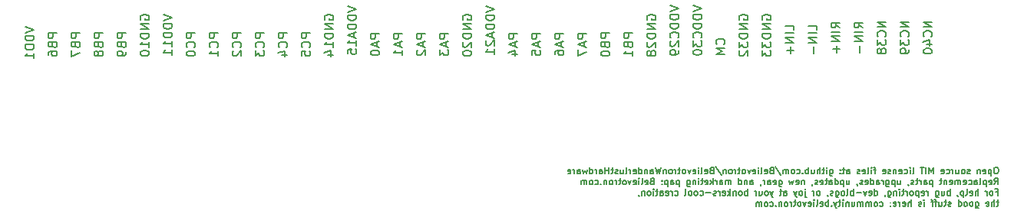
<source format=gbr>
G04 #@! TF.FileFunction,Legend,Bot*
%FSLAX46Y46*%
G04 Gerber Fmt 4.6, Leading zero omitted, Abs format (unit mm)*
G04 Created by KiCad (PCBNEW 4.0.4-stable) date 08/15/17 17:17:09*
%MOMM*%
%LPD*%
G01*
G04 APERTURE LIST*
%ADD10C,0.100000*%
%ADD11C,0.150000*%
G04 APERTURE END LIST*
D10*
D11*
X158704000Y-9500667D02*
X158570667Y-9500667D01*
X158504000Y-9534000D01*
X158437333Y-9600667D01*
X158404000Y-9734000D01*
X158404000Y-9967333D01*
X158437333Y-10100667D01*
X158504000Y-10167333D01*
X158570667Y-10200667D01*
X158704000Y-10200667D01*
X158770667Y-10167333D01*
X158837333Y-10100667D01*
X158870667Y-9967333D01*
X158870667Y-9734000D01*
X158837333Y-9600667D01*
X158770667Y-9534000D01*
X158704000Y-9500667D01*
X158104000Y-9734000D02*
X158104000Y-10434000D01*
X158104000Y-9767333D02*
X158037334Y-9734000D01*
X157904000Y-9734000D01*
X157837334Y-9767333D01*
X157804000Y-9800667D01*
X157770667Y-9867333D01*
X157770667Y-10067333D01*
X157804000Y-10134000D01*
X157837334Y-10167333D01*
X157904000Y-10200667D01*
X158037334Y-10200667D01*
X158104000Y-10167333D01*
X157204001Y-10167333D02*
X157270667Y-10200667D01*
X157404001Y-10200667D01*
X157470667Y-10167333D01*
X157504001Y-10100667D01*
X157504001Y-9834000D01*
X157470667Y-9767333D01*
X157404001Y-9734000D01*
X157270667Y-9734000D01*
X157204001Y-9767333D01*
X157170667Y-9834000D01*
X157170667Y-9900667D01*
X157504001Y-9967333D01*
X156870667Y-9734000D02*
X156870667Y-10200667D01*
X156870667Y-9800667D02*
X156837334Y-9767333D01*
X156770667Y-9734000D01*
X156670667Y-9734000D01*
X156604001Y-9767333D01*
X156570667Y-9834000D01*
X156570667Y-10200667D01*
X155737335Y-10167333D02*
X155670668Y-10200667D01*
X155537335Y-10200667D01*
X155470668Y-10167333D01*
X155437335Y-10100667D01*
X155437335Y-10067333D01*
X155470668Y-10000667D01*
X155537335Y-9967333D01*
X155637335Y-9967333D01*
X155704001Y-9934000D01*
X155737335Y-9867333D01*
X155737335Y-9834000D01*
X155704001Y-9767333D01*
X155637335Y-9734000D01*
X155537335Y-9734000D01*
X155470668Y-9767333D01*
X155037334Y-10200667D02*
X155104001Y-10167333D01*
X155137334Y-10134000D01*
X155170668Y-10067333D01*
X155170668Y-9867333D01*
X155137334Y-9800667D01*
X155104001Y-9767333D01*
X155037334Y-9734000D01*
X154937334Y-9734000D01*
X154870668Y-9767333D01*
X154837334Y-9800667D01*
X154804001Y-9867333D01*
X154804001Y-10067333D01*
X154837334Y-10134000D01*
X154870668Y-10167333D01*
X154937334Y-10200667D01*
X155037334Y-10200667D01*
X154204001Y-9734000D02*
X154204001Y-10200667D01*
X154504001Y-9734000D02*
X154504001Y-10100667D01*
X154470668Y-10167333D01*
X154404001Y-10200667D01*
X154304001Y-10200667D01*
X154237335Y-10167333D01*
X154204001Y-10134000D01*
X153870668Y-10200667D02*
X153870668Y-9734000D01*
X153870668Y-9867333D02*
X153837335Y-9800667D01*
X153804002Y-9767333D01*
X153737335Y-9734000D01*
X153670668Y-9734000D01*
X153137335Y-10167333D02*
X153204002Y-10200667D01*
X153337335Y-10200667D01*
X153404002Y-10167333D01*
X153437335Y-10134000D01*
X153470669Y-10067333D01*
X153470669Y-9867333D01*
X153437335Y-9800667D01*
X153404002Y-9767333D01*
X153337335Y-9734000D01*
X153204002Y-9734000D01*
X153137335Y-9767333D01*
X152570669Y-10167333D02*
X152637335Y-10200667D01*
X152770669Y-10200667D01*
X152837335Y-10167333D01*
X152870669Y-10100667D01*
X152870669Y-9834000D01*
X152837335Y-9767333D01*
X152770669Y-9734000D01*
X152637335Y-9734000D01*
X152570669Y-9767333D01*
X152537335Y-9834000D01*
X152537335Y-9900667D01*
X152870669Y-9967333D01*
X151704002Y-10200667D02*
X151704002Y-9500667D01*
X151470669Y-10000667D01*
X151237336Y-9500667D01*
X151237336Y-10200667D01*
X150904002Y-10200667D02*
X150904002Y-9500667D01*
X150670669Y-9500667D02*
X150270669Y-9500667D01*
X150470669Y-10200667D02*
X150470669Y-9500667D01*
X149404003Y-10200667D02*
X149470670Y-10167333D01*
X149504003Y-10100667D01*
X149504003Y-9500667D01*
X149137336Y-10200667D02*
X149137336Y-9734000D01*
X149137336Y-9500667D02*
X149170670Y-9534000D01*
X149137336Y-9567333D01*
X149104003Y-9534000D01*
X149137336Y-9500667D01*
X149137336Y-9567333D01*
X148504003Y-10167333D02*
X148570670Y-10200667D01*
X148704003Y-10200667D01*
X148770670Y-10167333D01*
X148804003Y-10134000D01*
X148837337Y-10067333D01*
X148837337Y-9867333D01*
X148804003Y-9800667D01*
X148770670Y-9767333D01*
X148704003Y-9734000D01*
X148570670Y-9734000D01*
X148504003Y-9767333D01*
X147937337Y-10167333D02*
X148004003Y-10200667D01*
X148137337Y-10200667D01*
X148204003Y-10167333D01*
X148237337Y-10100667D01*
X148237337Y-9834000D01*
X148204003Y-9767333D01*
X148137337Y-9734000D01*
X148004003Y-9734000D01*
X147937337Y-9767333D01*
X147904003Y-9834000D01*
X147904003Y-9900667D01*
X148237337Y-9967333D01*
X147604003Y-9734000D02*
X147604003Y-10200667D01*
X147604003Y-9800667D02*
X147570670Y-9767333D01*
X147504003Y-9734000D01*
X147404003Y-9734000D01*
X147337337Y-9767333D01*
X147304003Y-9834000D01*
X147304003Y-10200667D01*
X147004004Y-10167333D02*
X146937337Y-10200667D01*
X146804004Y-10200667D01*
X146737337Y-10167333D01*
X146704004Y-10100667D01*
X146704004Y-10067333D01*
X146737337Y-10000667D01*
X146804004Y-9967333D01*
X146904004Y-9967333D01*
X146970670Y-9934000D01*
X147004004Y-9867333D01*
X147004004Y-9834000D01*
X146970670Y-9767333D01*
X146904004Y-9734000D01*
X146804004Y-9734000D01*
X146737337Y-9767333D01*
X146137337Y-10167333D02*
X146204003Y-10200667D01*
X146337337Y-10200667D01*
X146404003Y-10167333D01*
X146437337Y-10100667D01*
X146437337Y-9834000D01*
X146404003Y-9767333D01*
X146337337Y-9734000D01*
X146204003Y-9734000D01*
X146137337Y-9767333D01*
X146104003Y-9834000D01*
X146104003Y-9900667D01*
X146437337Y-9967333D01*
X145370670Y-9734000D02*
X145104004Y-9734000D01*
X145270670Y-10200667D02*
X145270670Y-9600667D01*
X145237337Y-9534000D01*
X145170670Y-9500667D01*
X145104004Y-9500667D01*
X144870670Y-10200667D02*
X144870670Y-9734000D01*
X144870670Y-9500667D02*
X144904004Y-9534000D01*
X144870670Y-9567333D01*
X144837337Y-9534000D01*
X144870670Y-9500667D01*
X144870670Y-9567333D01*
X144437337Y-10200667D02*
X144504004Y-10167333D01*
X144537337Y-10100667D01*
X144537337Y-9500667D01*
X143904004Y-10167333D02*
X143970670Y-10200667D01*
X144104004Y-10200667D01*
X144170670Y-10167333D01*
X144204004Y-10100667D01*
X144204004Y-9834000D01*
X144170670Y-9767333D01*
X144104004Y-9734000D01*
X143970670Y-9734000D01*
X143904004Y-9767333D01*
X143870670Y-9834000D01*
X143870670Y-9900667D01*
X144204004Y-9967333D01*
X143604004Y-10167333D02*
X143537337Y-10200667D01*
X143404004Y-10200667D01*
X143337337Y-10167333D01*
X143304004Y-10100667D01*
X143304004Y-10067333D01*
X143337337Y-10000667D01*
X143404004Y-9967333D01*
X143504004Y-9967333D01*
X143570670Y-9934000D01*
X143604004Y-9867333D01*
X143604004Y-9834000D01*
X143570670Y-9767333D01*
X143504004Y-9734000D01*
X143404004Y-9734000D01*
X143337337Y-9767333D01*
X142170670Y-10200667D02*
X142170670Y-9834000D01*
X142204004Y-9767333D01*
X142270670Y-9734000D01*
X142404004Y-9734000D01*
X142470670Y-9767333D01*
X142170670Y-10167333D02*
X142237337Y-10200667D01*
X142404004Y-10200667D01*
X142470670Y-10167333D01*
X142504004Y-10100667D01*
X142504004Y-10034000D01*
X142470670Y-9967333D01*
X142404004Y-9934000D01*
X142237337Y-9934000D01*
X142170670Y-9900667D01*
X141937337Y-9734000D02*
X141670671Y-9734000D01*
X141837337Y-9500667D02*
X141837337Y-10100667D01*
X141804004Y-10167333D01*
X141737337Y-10200667D01*
X141670671Y-10200667D01*
X141437337Y-10134000D02*
X141404004Y-10167333D01*
X141437337Y-10200667D01*
X141470671Y-10167333D01*
X141437337Y-10134000D01*
X141437337Y-10200667D01*
X141437337Y-9767333D02*
X141404004Y-9800667D01*
X141437337Y-9834000D01*
X141470671Y-9800667D01*
X141437337Y-9767333D01*
X141437337Y-9834000D01*
X140270671Y-9734000D02*
X140270671Y-10300667D01*
X140304005Y-10367333D01*
X140337338Y-10400667D01*
X140404005Y-10434000D01*
X140504005Y-10434000D01*
X140570671Y-10400667D01*
X140270671Y-10167333D02*
X140337338Y-10200667D01*
X140470671Y-10200667D01*
X140537338Y-10167333D01*
X140570671Y-10134000D01*
X140604005Y-10067333D01*
X140604005Y-9867333D01*
X140570671Y-9800667D01*
X140537338Y-9767333D01*
X140470671Y-9734000D01*
X140337338Y-9734000D01*
X140270671Y-9767333D01*
X139937338Y-10200667D02*
X139937338Y-9734000D01*
X139937338Y-9500667D02*
X139970672Y-9534000D01*
X139937338Y-9567333D01*
X139904005Y-9534000D01*
X139937338Y-9500667D01*
X139937338Y-9567333D01*
X139704005Y-9734000D02*
X139437339Y-9734000D01*
X139604005Y-9500667D02*
X139604005Y-10100667D01*
X139570672Y-10167333D01*
X139504005Y-10200667D01*
X139437339Y-10200667D01*
X139204005Y-10200667D02*
X139204005Y-9500667D01*
X138904005Y-10200667D02*
X138904005Y-9834000D01*
X138937339Y-9767333D01*
X139004005Y-9734000D01*
X139104005Y-9734000D01*
X139170672Y-9767333D01*
X139204005Y-9800667D01*
X138270672Y-9734000D02*
X138270672Y-10200667D01*
X138570672Y-9734000D02*
X138570672Y-10100667D01*
X138537339Y-10167333D01*
X138470672Y-10200667D01*
X138370672Y-10200667D01*
X138304006Y-10167333D01*
X138270672Y-10134000D01*
X137937339Y-10200667D02*
X137937339Y-9500667D01*
X137937339Y-9767333D02*
X137870673Y-9734000D01*
X137737339Y-9734000D01*
X137670673Y-9767333D01*
X137637339Y-9800667D01*
X137604006Y-9867333D01*
X137604006Y-10067333D01*
X137637339Y-10134000D01*
X137670673Y-10167333D01*
X137737339Y-10200667D01*
X137870673Y-10200667D01*
X137937339Y-10167333D01*
X137304006Y-10134000D02*
X137270673Y-10167333D01*
X137304006Y-10200667D01*
X137337340Y-10167333D01*
X137304006Y-10134000D01*
X137304006Y-10200667D01*
X136670673Y-10167333D02*
X136737340Y-10200667D01*
X136870673Y-10200667D01*
X136937340Y-10167333D01*
X136970673Y-10134000D01*
X137004007Y-10067333D01*
X137004007Y-9867333D01*
X136970673Y-9800667D01*
X136937340Y-9767333D01*
X136870673Y-9734000D01*
X136737340Y-9734000D01*
X136670673Y-9767333D01*
X136270673Y-10200667D02*
X136337340Y-10167333D01*
X136370673Y-10134000D01*
X136404007Y-10067333D01*
X136404007Y-9867333D01*
X136370673Y-9800667D01*
X136337340Y-9767333D01*
X136270673Y-9734000D01*
X136170673Y-9734000D01*
X136104007Y-9767333D01*
X136070673Y-9800667D01*
X136037340Y-9867333D01*
X136037340Y-10067333D01*
X136070673Y-10134000D01*
X136104007Y-10167333D01*
X136170673Y-10200667D01*
X136270673Y-10200667D01*
X135737340Y-10200667D02*
X135737340Y-9734000D01*
X135737340Y-9800667D02*
X135704007Y-9767333D01*
X135637340Y-9734000D01*
X135537340Y-9734000D01*
X135470674Y-9767333D01*
X135437340Y-9834000D01*
X135437340Y-10200667D01*
X135437340Y-9834000D02*
X135404007Y-9767333D01*
X135337340Y-9734000D01*
X135237340Y-9734000D01*
X135170674Y-9767333D01*
X135137340Y-9834000D01*
X135137340Y-10200667D01*
X134304007Y-9467333D02*
X134904007Y-10367333D01*
X133837341Y-9834000D02*
X133737341Y-9867333D01*
X133704008Y-9900667D01*
X133670674Y-9967333D01*
X133670674Y-10067333D01*
X133704008Y-10134000D01*
X133737341Y-10167333D01*
X133804008Y-10200667D01*
X134070674Y-10200667D01*
X134070674Y-9500667D01*
X133837341Y-9500667D01*
X133770674Y-9534000D01*
X133737341Y-9567333D01*
X133704008Y-9634000D01*
X133704008Y-9700667D01*
X133737341Y-9767333D01*
X133770674Y-9800667D01*
X133837341Y-9834000D01*
X134070674Y-9834000D01*
X133104008Y-10167333D02*
X133170674Y-10200667D01*
X133304008Y-10200667D01*
X133370674Y-10167333D01*
X133404008Y-10100667D01*
X133404008Y-9834000D01*
X133370674Y-9767333D01*
X133304008Y-9734000D01*
X133170674Y-9734000D01*
X133104008Y-9767333D01*
X133070674Y-9834000D01*
X133070674Y-9900667D01*
X133404008Y-9967333D01*
X132670674Y-10200667D02*
X132737341Y-10167333D01*
X132770674Y-10100667D01*
X132770674Y-9500667D01*
X132404007Y-10200667D02*
X132404007Y-9734000D01*
X132404007Y-9500667D02*
X132437341Y-9534000D01*
X132404007Y-9567333D01*
X132370674Y-9534000D01*
X132404007Y-9500667D01*
X132404007Y-9567333D01*
X131804008Y-10167333D02*
X131870674Y-10200667D01*
X132004008Y-10200667D01*
X132070674Y-10167333D01*
X132104008Y-10100667D01*
X132104008Y-9834000D01*
X132070674Y-9767333D01*
X132004008Y-9734000D01*
X131870674Y-9734000D01*
X131804008Y-9767333D01*
X131770674Y-9834000D01*
X131770674Y-9900667D01*
X132104008Y-9967333D01*
X131537341Y-9734000D02*
X131370674Y-10200667D01*
X131204008Y-9734000D01*
X130837341Y-10200667D02*
X130904008Y-10167333D01*
X130937341Y-10134000D01*
X130970675Y-10067333D01*
X130970675Y-9867333D01*
X130937341Y-9800667D01*
X130904008Y-9767333D01*
X130837341Y-9734000D01*
X130737341Y-9734000D01*
X130670675Y-9767333D01*
X130637341Y-9800667D01*
X130604008Y-9867333D01*
X130604008Y-10067333D01*
X130637341Y-10134000D01*
X130670675Y-10167333D01*
X130737341Y-10200667D01*
X130837341Y-10200667D01*
X130404008Y-9734000D02*
X130137342Y-9734000D01*
X130304008Y-9500667D02*
X130304008Y-10100667D01*
X130270675Y-10167333D01*
X130204008Y-10200667D01*
X130137342Y-10200667D01*
X129904008Y-10200667D02*
X129904008Y-9734000D01*
X129904008Y-9867333D02*
X129870675Y-9800667D01*
X129837342Y-9767333D01*
X129770675Y-9734000D01*
X129704008Y-9734000D01*
X129370675Y-10200667D02*
X129437342Y-10167333D01*
X129470675Y-10134000D01*
X129504009Y-10067333D01*
X129504009Y-9867333D01*
X129470675Y-9800667D01*
X129437342Y-9767333D01*
X129370675Y-9734000D01*
X129270675Y-9734000D01*
X129204009Y-9767333D01*
X129170675Y-9800667D01*
X129137342Y-9867333D01*
X129137342Y-10067333D01*
X129170675Y-10134000D01*
X129204009Y-10167333D01*
X129270675Y-10200667D01*
X129370675Y-10200667D01*
X128837342Y-9734000D02*
X128837342Y-10200667D01*
X128837342Y-9800667D02*
X128804009Y-9767333D01*
X128737342Y-9734000D01*
X128637342Y-9734000D01*
X128570676Y-9767333D01*
X128537342Y-9834000D01*
X128537342Y-10200667D01*
X127704009Y-9467333D02*
X128304009Y-10367333D01*
X127237343Y-9834000D02*
X127137343Y-9867333D01*
X127104010Y-9900667D01*
X127070676Y-9967333D01*
X127070676Y-10067333D01*
X127104010Y-10134000D01*
X127137343Y-10167333D01*
X127204010Y-10200667D01*
X127470676Y-10200667D01*
X127470676Y-9500667D01*
X127237343Y-9500667D01*
X127170676Y-9534000D01*
X127137343Y-9567333D01*
X127104010Y-9634000D01*
X127104010Y-9700667D01*
X127137343Y-9767333D01*
X127170676Y-9800667D01*
X127237343Y-9834000D01*
X127470676Y-9834000D01*
X126504010Y-10167333D02*
X126570676Y-10200667D01*
X126704010Y-10200667D01*
X126770676Y-10167333D01*
X126804010Y-10100667D01*
X126804010Y-9834000D01*
X126770676Y-9767333D01*
X126704010Y-9734000D01*
X126570676Y-9734000D01*
X126504010Y-9767333D01*
X126470676Y-9834000D01*
X126470676Y-9900667D01*
X126804010Y-9967333D01*
X126070676Y-10200667D02*
X126137343Y-10167333D01*
X126170676Y-10100667D01*
X126170676Y-9500667D01*
X125804009Y-10200667D02*
X125804009Y-9734000D01*
X125804009Y-9500667D02*
X125837343Y-9534000D01*
X125804009Y-9567333D01*
X125770676Y-9534000D01*
X125804009Y-9500667D01*
X125804009Y-9567333D01*
X125204010Y-10167333D02*
X125270676Y-10200667D01*
X125404010Y-10200667D01*
X125470676Y-10167333D01*
X125504010Y-10100667D01*
X125504010Y-9834000D01*
X125470676Y-9767333D01*
X125404010Y-9734000D01*
X125270676Y-9734000D01*
X125204010Y-9767333D01*
X125170676Y-9834000D01*
X125170676Y-9900667D01*
X125504010Y-9967333D01*
X124937343Y-9734000D02*
X124770676Y-10200667D01*
X124604010Y-9734000D01*
X124237343Y-10200667D02*
X124304010Y-10167333D01*
X124337343Y-10134000D01*
X124370677Y-10067333D01*
X124370677Y-9867333D01*
X124337343Y-9800667D01*
X124304010Y-9767333D01*
X124237343Y-9734000D01*
X124137343Y-9734000D01*
X124070677Y-9767333D01*
X124037343Y-9800667D01*
X124004010Y-9867333D01*
X124004010Y-10067333D01*
X124037343Y-10134000D01*
X124070677Y-10167333D01*
X124137343Y-10200667D01*
X124237343Y-10200667D01*
X123804010Y-9734000D02*
X123537344Y-9734000D01*
X123704010Y-9500667D02*
X123704010Y-10100667D01*
X123670677Y-10167333D01*
X123604010Y-10200667D01*
X123537344Y-10200667D01*
X123304010Y-10200667D02*
X123304010Y-9734000D01*
X123304010Y-9867333D02*
X123270677Y-9800667D01*
X123237344Y-9767333D01*
X123170677Y-9734000D01*
X123104010Y-9734000D01*
X122770677Y-10200667D02*
X122837344Y-10167333D01*
X122870677Y-10134000D01*
X122904011Y-10067333D01*
X122904011Y-9867333D01*
X122870677Y-9800667D01*
X122837344Y-9767333D01*
X122770677Y-9734000D01*
X122670677Y-9734000D01*
X122604011Y-9767333D01*
X122570677Y-9800667D01*
X122537344Y-9867333D01*
X122537344Y-10067333D01*
X122570677Y-10134000D01*
X122604011Y-10167333D01*
X122670677Y-10200667D01*
X122770677Y-10200667D01*
X122237344Y-9734000D02*
X122237344Y-10200667D01*
X122237344Y-9800667D02*
X122204011Y-9767333D01*
X122137344Y-9734000D01*
X122037344Y-9734000D01*
X121970678Y-9767333D01*
X121937344Y-9834000D01*
X121937344Y-10200667D01*
X121670678Y-9500667D02*
X121504011Y-10200667D01*
X121370678Y-9700667D01*
X121237345Y-10200667D01*
X121070678Y-9500667D01*
X120504011Y-10200667D02*
X120504011Y-9834000D01*
X120537345Y-9767333D01*
X120604011Y-9734000D01*
X120737345Y-9734000D01*
X120804011Y-9767333D01*
X120504011Y-10167333D02*
X120570678Y-10200667D01*
X120737345Y-10200667D01*
X120804011Y-10167333D01*
X120837345Y-10100667D01*
X120837345Y-10034000D01*
X120804011Y-9967333D01*
X120737345Y-9934000D01*
X120570678Y-9934000D01*
X120504011Y-9900667D01*
X120170678Y-9734000D02*
X120170678Y-10200667D01*
X120170678Y-9800667D02*
X120137345Y-9767333D01*
X120070678Y-9734000D01*
X119970678Y-9734000D01*
X119904012Y-9767333D01*
X119870678Y-9834000D01*
X119870678Y-10200667D01*
X119237345Y-10200667D02*
X119237345Y-9500667D01*
X119237345Y-10167333D02*
X119304012Y-10200667D01*
X119437345Y-10200667D01*
X119504012Y-10167333D01*
X119537345Y-10134000D01*
X119570679Y-10067333D01*
X119570679Y-9867333D01*
X119537345Y-9800667D01*
X119504012Y-9767333D01*
X119437345Y-9734000D01*
X119304012Y-9734000D01*
X119237345Y-9767333D01*
X118637346Y-10167333D02*
X118704012Y-10200667D01*
X118837346Y-10200667D01*
X118904012Y-10167333D01*
X118937346Y-10100667D01*
X118937346Y-9834000D01*
X118904012Y-9767333D01*
X118837346Y-9734000D01*
X118704012Y-9734000D01*
X118637346Y-9767333D01*
X118604012Y-9834000D01*
X118604012Y-9900667D01*
X118937346Y-9967333D01*
X118304012Y-10200667D02*
X118304012Y-9734000D01*
X118304012Y-9867333D02*
X118270679Y-9800667D01*
X118237346Y-9767333D01*
X118170679Y-9734000D01*
X118104012Y-9734000D01*
X117770679Y-10200667D02*
X117837346Y-10167333D01*
X117870679Y-10100667D01*
X117870679Y-9500667D01*
X117204012Y-9734000D02*
X117204012Y-10200667D01*
X117504012Y-9734000D02*
X117504012Y-10100667D01*
X117470679Y-10167333D01*
X117404012Y-10200667D01*
X117304012Y-10200667D01*
X117237346Y-10167333D01*
X117204012Y-10134000D01*
X116904013Y-10167333D02*
X116837346Y-10200667D01*
X116704013Y-10200667D01*
X116637346Y-10167333D01*
X116604013Y-10100667D01*
X116604013Y-10067333D01*
X116637346Y-10000667D01*
X116704013Y-9967333D01*
X116804013Y-9967333D01*
X116870679Y-9934000D01*
X116904013Y-9867333D01*
X116904013Y-9834000D01*
X116870679Y-9767333D01*
X116804013Y-9734000D01*
X116704013Y-9734000D01*
X116637346Y-9767333D01*
X116404012Y-9734000D02*
X116137346Y-9734000D01*
X116304012Y-9500667D02*
X116304012Y-10100667D01*
X116270679Y-10167333D01*
X116204012Y-10200667D01*
X116137346Y-10200667D01*
X115904012Y-10200667D02*
X115904012Y-9500667D01*
X115904012Y-9834000D02*
X115504012Y-9834000D01*
X115504012Y-10200667D02*
X115504012Y-9500667D01*
X114870679Y-10200667D02*
X114870679Y-9834000D01*
X114904013Y-9767333D01*
X114970679Y-9734000D01*
X115104013Y-9734000D01*
X115170679Y-9767333D01*
X114870679Y-10167333D02*
X114937346Y-10200667D01*
X115104013Y-10200667D01*
X115170679Y-10167333D01*
X115204013Y-10100667D01*
X115204013Y-10034000D01*
X115170679Y-9967333D01*
X115104013Y-9934000D01*
X114937346Y-9934000D01*
X114870679Y-9900667D01*
X114537346Y-10200667D02*
X114537346Y-9734000D01*
X114537346Y-9867333D02*
X114504013Y-9800667D01*
X114470680Y-9767333D01*
X114404013Y-9734000D01*
X114337346Y-9734000D01*
X113804013Y-10200667D02*
X113804013Y-9500667D01*
X113804013Y-10167333D02*
X113870680Y-10200667D01*
X114004013Y-10200667D01*
X114070680Y-10167333D01*
X114104013Y-10134000D01*
X114137347Y-10067333D01*
X114137347Y-9867333D01*
X114104013Y-9800667D01*
X114070680Y-9767333D01*
X114004013Y-9734000D01*
X113870680Y-9734000D01*
X113804013Y-9767333D01*
X113537347Y-9734000D02*
X113404014Y-10200667D01*
X113270680Y-9867333D01*
X113137347Y-10200667D01*
X113004014Y-9734000D01*
X112437347Y-10200667D02*
X112437347Y-9834000D01*
X112470681Y-9767333D01*
X112537347Y-9734000D01*
X112670681Y-9734000D01*
X112737347Y-9767333D01*
X112437347Y-10167333D02*
X112504014Y-10200667D01*
X112670681Y-10200667D01*
X112737347Y-10167333D01*
X112770681Y-10100667D01*
X112770681Y-10034000D01*
X112737347Y-9967333D01*
X112670681Y-9934000D01*
X112504014Y-9934000D01*
X112437347Y-9900667D01*
X112104014Y-10200667D02*
X112104014Y-9734000D01*
X112104014Y-9867333D02*
X112070681Y-9800667D01*
X112037348Y-9767333D01*
X111970681Y-9734000D01*
X111904014Y-9734000D01*
X111404015Y-10167333D02*
X111470681Y-10200667D01*
X111604015Y-10200667D01*
X111670681Y-10167333D01*
X111704015Y-10100667D01*
X111704015Y-9834000D01*
X111670681Y-9767333D01*
X111604015Y-9734000D01*
X111470681Y-9734000D01*
X111404015Y-9767333D01*
X111370681Y-9834000D01*
X111370681Y-9900667D01*
X111704015Y-9967333D01*
X158437333Y-11400667D02*
X158670667Y-11067333D01*
X158837333Y-11400667D02*
X158837333Y-10700667D01*
X158570667Y-10700667D01*
X158504000Y-10734000D01*
X158470667Y-10767333D01*
X158437333Y-10834000D01*
X158437333Y-10934000D01*
X158470667Y-11000667D01*
X158504000Y-11034000D01*
X158570667Y-11067333D01*
X158837333Y-11067333D01*
X157870667Y-11367333D02*
X157937333Y-11400667D01*
X158070667Y-11400667D01*
X158137333Y-11367333D01*
X158170667Y-11300667D01*
X158170667Y-11034000D01*
X158137333Y-10967333D01*
X158070667Y-10934000D01*
X157937333Y-10934000D01*
X157870667Y-10967333D01*
X157837333Y-11034000D01*
X157837333Y-11100667D01*
X158170667Y-11167333D01*
X157537333Y-10934000D02*
X157537333Y-11634000D01*
X157537333Y-10967333D02*
X157470667Y-10934000D01*
X157337333Y-10934000D01*
X157270667Y-10967333D01*
X157237333Y-11000667D01*
X157204000Y-11067333D01*
X157204000Y-11267333D01*
X157237333Y-11334000D01*
X157270667Y-11367333D01*
X157337333Y-11400667D01*
X157470667Y-11400667D01*
X157537333Y-11367333D01*
X156804000Y-11400667D02*
X156870667Y-11367333D01*
X156904000Y-11300667D01*
X156904000Y-10700667D01*
X156237333Y-11400667D02*
X156237333Y-11034000D01*
X156270667Y-10967333D01*
X156337333Y-10934000D01*
X156470667Y-10934000D01*
X156537333Y-10967333D01*
X156237333Y-11367333D02*
X156304000Y-11400667D01*
X156470667Y-11400667D01*
X156537333Y-11367333D01*
X156570667Y-11300667D01*
X156570667Y-11234000D01*
X156537333Y-11167333D01*
X156470667Y-11134000D01*
X156304000Y-11134000D01*
X156237333Y-11100667D01*
X155604000Y-11367333D02*
X155670667Y-11400667D01*
X155804000Y-11400667D01*
X155870667Y-11367333D01*
X155904000Y-11334000D01*
X155937334Y-11267333D01*
X155937334Y-11067333D01*
X155904000Y-11000667D01*
X155870667Y-10967333D01*
X155804000Y-10934000D01*
X155670667Y-10934000D01*
X155604000Y-10967333D01*
X155037334Y-11367333D02*
X155104000Y-11400667D01*
X155237334Y-11400667D01*
X155304000Y-11367333D01*
X155337334Y-11300667D01*
X155337334Y-11034000D01*
X155304000Y-10967333D01*
X155237334Y-10934000D01*
X155104000Y-10934000D01*
X155037334Y-10967333D01*
X155004000Y-11034000D01*
X155004000Y-11100667D01*
X155337334Y-11167333D01*
X154704000Y-11400667D02*
X154704000Y-10934000D01*
X154704000Y-11000667D02*
X154670667Y-10967333D01*
X154604000Y-10934000D01*
X154504000Y-10934000D01*
X154437334Y-10967333D01*
X154404000Y-11034000D01*
X154404000Y-11400667D01*
X154404000Y-11034000D02*
X154370667Y-10967333D01*
X154304000Y-10934000D01*
X154204000Y-10934000D01*
X154137334Y-10967333D01*
X154104000Y-11034000D01*
X154104000Y-11400667D01*
X153504001Y-11367333D02*
X153570667Y-11400667D01*
X153704001Y-11400667D01*
X153770667Y-11367333D01*
X153804001Y-11300667D01*
X153804001Y-11034000D01*
X153770667Y-10967333D01*
X153704001Y-10934000D01*
X153570667Y-10934000D01*
X153504001Y-10967333D01*
X153470667Y-11034000D01*
X153470667Y-11100667D01*
X153804001Y-11167333D01*
X153170667Y-10934000D02*
X153170667Y-11400667D01*
X153170667Y-11000667D02*
X153137334Y-10967333D01*
X153070667Y-10934000D01*
X152970667Y-10934000D01*
X152904001Y-10967333D01*
X152870667Y-11034000D01*
X152870667Y-11400667D01*
X152637334Y-10934000D02*
X152370668Y-10934000D01*
X152537334Y-10700667D02*
X152537334Y-11300667D01*
X152504001Y-11367333D01*
X152437334Y-11400667D01*
X152370668Y-11400667D01*
X151604001Y-10934000D02*
X151604001Y-11634000D01*
X151604001Y-10967333D02*
X151537335Y-10934000D01*
X151404001Y-10934000D01*
X151337335Y-10967333D01*
X151304001Y-11000667D01*
X151270668Y-11067333D01*
X151270668Y-11267333D01*
X151304001Y-11334000D01*
X151337335Y-11367333D01*
X151404001Y-11400667D01*
X151537335Y-11400667D01*
X151604001Y-11367333D01*
X150670668Y-11400667D02*
X150670668Y-11034000D01*
X150704002Y-10967333D01*
X150770668Y-10934000D01*
X150904002Y-10934000D01*
X150970668Y-10967333D01*
X150670668Y-11367333D02*
X150737335Y-11400667D01*
X150904002Y-11400667D01*
X150970668Y-11367333D01*
X151004002Y-11300667D01*
X151004002Y-11234000D01*
X150970668Y-11167333D01*
X150904002Y-11134000D01*
X150737335Y-11134000D01*
X150670668Y-11100667D01*
X150337335Y-11400667D02*
X150337335Y-10934000D01*
X150337335Y-11067333D02*
X150304002Y-11000667D01*
X150270669Y-10967333D01*
X150204002Y-10934000D01*
X150137335Y-10934000D01*
X150004002Y-10934000D02*
X149737336Y-10934000D01*
X149904002Y-10700667D02*
X149904002Y-11300667D01*
X149870669Y-11367333D01*
X149804002Y-11400667D01*
X149737336Y-11400667D01*
X149537336Y-11367333D02*
X149470669Y-11400667D01*
X149337336Y-11400667D01*
X149270669Y-11367333D01*
X149237336Y-11300667D01*
X149237336Y-11267333D01*
X149270669Y-11200667D01*
X149337336Y-11167333D01*
X149437336Y-11167333D01*
X149504002Y-11134000D01*
X149537336Y-11067333D01*
X149537336Y-11034000D01*
X149504002Y-10967333D01*
X149437336Y-10934000D01*
X149337336Y-10934000D01*
X149270669Y-10967333D01*
X148904002Y-11367333D02*
X148904002Y-11400667D01*
X148937335Y-11467333D01*
X148970669Y-11500667D01*
X147770669Y-10934000D02*
X147770669Y-11400667D01*
X148070669Y-10934000D02*
X148070669Y-11300667D01*
X148037336Y-11367333D01*
X147970669Y-11400667D01*
X147870669Y-11400667D01*
X147804003Y-11367333D01*
X147770669Y-11334000D01*
X147437336Y-10934000D02*
X147437336Y-11634000D01*
X147437336Y-10967333D02*
X147370670Y-10934000D01*
X147237336Y-10934000D01*
X147170670Y-10967333D01*
X147137336Y-11000667D01*
X147104003Y-11067333D01*
X147104003Y-11267333D01*
X147137336Y-11334000D01*
X147170670Y-11367333D01*
X147237336Y-11400667D01*
X147370670Y-11400667D01*
X147437336Y-11367333D01*
X146504003Y-10934000D02*
X146504003Y-11500667D01*
X146537337Y-11567333D01*
X146570670Y-11600667D01*
X146637337Y-11634000D01*
X146737337Y-11634000D01*
X146804003Y-11600667D01*
X146504003Y-11367333D02*
X146570670Y-11400667D01*
X146704003Y-11400667D01*
X146770670Y-11367333D01*
X146804003Y-11334000D01*
X146837337Y-11267333D01*
X146837337Y-11067333D01*
X146804003Y-11000667D01*
X146770670Y-10967333D01*
X146704003Y-10934000D01*
X146570670Y-10934000D01*
X146504003Y-10967333D01*
X146170670Y-11400667D02*
X146170670Y-10934000D01*
X146170670Y-11067333D02*
X146137337Y-11000667D01*
X146104004Y-10967333D01*
X146037337Y-10934000D01*
X145970670Y-10934000D01*
X145437337Y-11400667D02*
X145437337Y-11034000D01*
X145470671Y-10967333D01*
X145537337Y-10934000D01*
X145670671Y-10934000D01*
X145737337Y-10967333D01*
X145437337Y-11367333D02*
X145504004Y-11400667D01*
X145670671Y-11400667D01*
X145737337Y-11367333D01*
X145770671Y-11300667D01*
X145770671Y-11234000D01*
X145737337Y-11167333D01*
X145670671Y-11134000D01*
X145504004Y-11134000D01*
X145437337Y-11100667D01*
X144804004Y-11400667D02*
X144804004Y-10700667D01*
X144804004Y-11367333D02*
X144870671Y-11400667D01*
X145004004Y-11400667D01*
X145070671Y-11367333D01*
X145104004Y-11334000D01*
X145137338Y-11267333D01*
X145137338Y-11067333D01*
X145104004Y-11000667D01*
X145070671Y-10967333D01*
X145004004Y-10934000D01*
X144870671Y-10934000D01*
X144804004Y-10967333D01*
X144204005Y-11367333D02*
X144270671Y-11400667D01*
X144404005Y-11400667D01*
X144470671Y-11367333D01*
X144504005Y-11300667D01*
X144504005Y-11034000D01*
X144470671Y-10967333D01*
X144404005Y-10934000D01*
X144270671Y-10934000D01*
X144204005Y-10967333D01*
X144170671Y-11034000D01*
X144170671Y-11100667D01*
X144504005Y-11167333D01*
X143904005Y-11367333D02*
X143837338Y-11400667D01*
X143704005Y-11400667D01*
X143637338Y-11367333D01*
X143604005Y-11300667D01*
X143604005Y-11267333D01*
X143637338Y-11200667D01*
X143704005Y-11167333D01*
X143804005Y-11167333D01*
X143870671Y-11134000D01*
X143904005Y-11067333D01*
X143904005Y-11034000D01*
X143870671Y-10967333D01*
X143804005Y-10934000D01*
X143704005Y-10934000D01*
X143637338Y-10967333D01*
X143270671Y-11367333D02*
X143270671Y-11400667D01*
X143304004Y-11467333D01*
X143337338Y-11500667D01*
X142137338Y-10934000D02*
X142137338Y-11400667D01*
X142437338Y-10934000D02*
X142437338Y-11300667D01*
X142404005Y-11367333D01*
X142337338Y-11400667D01*
X142237338Y-11400667D01*
X142170672Y-11367333D01*
X142137338Y-11334000D01*
X141804005Y-10934000D02*
X141804005Y-11634000D01*
X141804005Y-10967333D02*
X141737339Y-10934000D01*
X141604005Y-10934000D01*
X141537339Y-10967333D01*
X141504005Y-11000667D01*
X141470672Y-11067333D01*
X141470672Y-11267333D01*
X141504005Y-11334000D01*
X141537339Y-11367333D01*
X141604005Y-11400667D01*
X141737339Y-11400667D01*
X141804005Y-11367333D01*
X140870672Y-11400667D02*
X140870672Y-10700667D01*
X140870672Y-11367333D02*
X140937339Y-11400667D01*
X141070672Y-11400667D01*
X141137339Y-11367333D01*
X141170672Y-11334000D01*
X141204006Y-11267333D01*
X141204006Y-11067333D01*
X141170672Y-11000667D01*
X141137339Y-10967333D01*
X141070672Y-10934000D01*
X140937339Y-10934000D01*
X140870672Y-10967333D01*
X140237339Y-11400667D02*
X140237339Y-11034000D01*
X140270673Y-10967333D01*
X140337339Y-10934000D01*
X140470673Y-10934000D01*
X140537339Y-10967333D01*
X140237339Y-11367333D02*
X140304006Y-11400667D01*
X140470673Y-11400667D01*
X140537339Y-11367333D01*
X140570673Y-11300667D01*
X140570673Y-11234000D01*
X140537339Y-11167333D01*
X140470673Y-11134000D01*
X140304006Y-11134000D01*
X140237339Y-11100667D01*
X140004006Y-10934000D02*
X139737340Y-10934000D01*
X139904006Y-10700667D02*
X139904006Y-11300667D01*
X139870673Y-11367333D01*
X139804006Y-11400667D01*
X139737340Y-11400667D01*
X139237340Y-11367333D02*
X139304006Y-11400667D01*
X139437340Y-11400667D01*
X139504006Y-11367333D01*
X139537340Y-11300667D01*
X139537340Y-11034000D01*
X139504006Y-10967333D01*
X139437340Y-10934000D01*
X139304006Y-10934000D01*
X139237340Y-10967333D01*
X139204006Y-11034000D01*
X139204006Y-11100667D01*
X139537340Y-11167333D01*
X138937340Y-11367333D02*
X138870673Y-11400667D01*
X138737340Y-11400667D01*
X138670673Y-11367333D01*
X138637340Y-11300667D01*
X138637340Y-11267333D01*
X138670673Y-11200667D01*
X138737340Y-11167333D01*
X138837340Y-11167333D01*
X138904006Y-11134000D01*
X138937340Y-11067333D01*
X138937340Y-11034000D01*
X138904006Y-10967333D01*
X138837340Y-10934000D01*
X138737340Y-10934000D01*
X138670673Y-10967333D01*
X138304006Y-11367333D02*
X138304006Y-11400667D01*
X138337339Y-11467333D01*
X138370673Y-11500667D01*
X137470673Y-10934000D02*
X137470673Y-11400667D01*
X137470673Y-11000667D02*
X137437340Y-10967333D01*
X137370673Y-10934000D01*
X137270673Y-10934000D01*
X137204007Y-10967333D01*
X137170673Y-11034000D01*
X137170673Y-11400667D01*
X136570674Y-11367333D02*
X136637340Y-11400667D01*
X136770674Y-11400667D01*
X136837340Y-11367333D01*
X136870674Y-11300667D01*
X136870674Y-11034000D01*
X136837340Y-10967333D01*
X136770674Y-10934000D01*
X136637340Y-10934000D01*
X136570674Y-10967333D01*
X136537340Y-11034000D01*
X136537340Y-11100667D01*
X136870674Y-11167333D01*
X136304007Y-10934000D02*
X136170674Y-11400667D01*
X136037340Y-11067333D01*
X135904007Y-11400667D01*
X135770674Y-10934000D01*
X134670674Y-10934000D02*
X134670674Y-11500667D01*
X134704008Y-11567333D01*
X134737341Y-11600667D01*
X134804008Y-11634000D01*
X134904008Y-11634000D01*
X134970674Y-11600667D01*
X134670674Y-11367333D02*
X134737341Y-11400667D01*
X134870674Y-11400667D01*
X134937341Y-11367333D01*
X134970674Y-11334000D01*
X135004008Y-11267333D01*
X135004008Y-11067333D01*
X134970674Y-11000667D01*
X134937341Y-10967333D01*
X134870674Y-10934000D01*
X134737341Y-10934000D01*
X134670674Y-10967333D01*
X134070675Y-11367333D02*
X134137341Y-11400667D01*
X134270675Y-11400667D01*
X134337341Y-11367333D01*
X134370675Y-11300667D01*
X134370675Y-11034000D01*
X134337341Y-10967333D01*
X134270675Y-10934000D01*
X134137341Y-10934000D01*
X134070675Y-10967333D01*
X134037341Y-11034000D01*
X134037341Y-11100667D01*
X134370675Y-11167333D01*
X133437341Y-11400667D02*
X133437341Y-11034000D01*
X133470675Y-10967333D01*
X133537341Y-10934000D01*
X133670675Y-10934000D01*
X133737341Y-10967333D01*
X133437341Y-11367333D02*
X133504008Y-11400667D01*
X133670675Y-11400667D01*
X133737341Y-11367333D01*
X133770675Y-11300667D01*
X133770675Y-11234000D01*
X133737341Y-11167333D01*
X133670675Y-11134000D01*
X133504008Y-11134000D01*
X133437341Y-11100667D01*
X133104008Y-11400667D02*
X133104008Y-10934000D01*
X133104008Y-11067333D02*
X133070675Y-11000667D01*
X133037342Y-10967333D01*
X132970675Y-10934000D01*
X132904008Y-10934000D01*
X132637342Y-11367333D02*
X132637342Y-11400667D01*
X132670675Y-11467333D01*
X132704009Y-11500667D01*
X131504009Y-11400667D02*
X131504009Y-11034000D01*
X131537343Y-10967333D01*
X131604009Y-10934000D01*
X131737343Y-10934000D01*
X131804009Y-10967333D01*
X131504009Y-11367333D02*
X131570676Y-11400667D01*
X131737343Y-11400667D01*
X131804009Y-11367333D01*
X131837343Y-11300667D01*
X131837343Y-11234000D01*
X131804009Y-11167333D01*
X131737343Y-11134000D01*
X131570676Y-11134000D01*
X131504009Y-11100667D01*
X131170676Y-10934000D02*
X131170676Y-11400667D01*
X131170676Y-11000667D02*
X131137343Y-10967333D01*
X131070676Y-10934000D01*
X130970676Y-10934000D01*
X130904010Y-10967333D01*
X130870676Y-11034000D01*
X130870676Y-11400667D01*
X130237343Y-11400667D02*
X130237343Y-10700667D01*
X130237343Y-11367333D02*
X130304010Y-11400667D01*
X130437343Y-11400667D01*
X130504010Y-11367333D01*
X130537343Y-11334000D01*
X130570677Y-11267333D01*
X130570677Y-11067333D01*
X130537343Y-11000667D01*
X130504010Y-10967333D01*
X130437343Y-10934000D01*
X130304010Y-10934000D01*
X130237343Y-10967333D01*
X129370677Y-11400667D02*
X129370677Y-10934000D01*
X129370677Y-11000667D02*
X129337344Y-10967333D01*
X129270677Y-10934000D01*
X129170677Y-10934000D01*
X129104011Y-10967333D01*
X129070677Y-11034000D01*
X129070677Y-11400667D01*
X129070677Y-11034000D02*
X129037344Y-10967333D01*
X128970677Y-10934000D01*
X128870677Y-10934000D01*
X128804011Y-10967333D01*
X128770677Y-11034000D01*
X128770677Y-11400667D01*
X128137344Y-11400667D02*
X128137344Y-11034000D01*
X128170678Y-10967333D01*
X128237344Y-10934000D01*
X128370678Y-10934000D01*
X128437344Y-10967333D01*
X128137344Y-11367333D02*
X128204011Y-11400667D01*
X128370678Y-11400667D01*
X128437344Y-11367333D01*
X128470678Y-11300667D01*
X128470678Y-11234000D01*
X128437344Y-11167333D01*
X128370678Y-11134000D01*
X128204011Y-11134000D01*
X128137344Y-11100667D01*
X127804011Y-11400667D02*
X127804011Y-10934000D01*
X127804011Y-11067333D02*
X127770678Y-11000667D01*
X127737345Y-10967333D01*
X127670678Y-10934000D01*
X127604011Y-10934000D01*
X127370678Y-11400667D02*
X127370678Y-10700667D01*
X127304012Y-11134000D02*
X127104012Y-11400667D01*
X127104012Y-10934000D02*
X127370678Y-11200667D01*
X126537345Y-11367333D02*
X126604011Y-11400667D01*
X126737345Y-11400667D01*
X126804011Y-11367333D01*
X126837345Y-11300667D01*
X126837345Y-11034000D01*
X126804011Y-10967333D01*
X126737345Y-10934000D01*
X126604011Y-10934000D01*
X126537345Y-10967333D01*
X126504011Y-11034000D01*
X126504011Y-11100667D01*
X126837345Y-11167333D01*
X126304011Y-10934000D02*
X126037345Y-10934000D01*
X126204011Y-10700667D02*
X126204011Y-11300667D01*
X126170678Y-11367333D01*
X126104011Y-11400667D01*
X126037345Y-11400667D01*
X125804011Y-11400667D02*
X125804011Y-10934000D01*
X125804011Y-10700667D02*
X125837345Y-10734000D01*
X125804011Y-10767333D01*
X125770678Y-10734000D01*
X125804011Y-10700667D01*
X125804011Y-10767333D01*
X125470678Y-10934000D02*
X125470678Y-11400667D01*
X125470678Y-11000667D02*
X125437345Y-10967333D01*
X125370678Y-10934000D01*
X125270678Y-10934000D01*
X125204012Y-10967333D01*
X125170678Y-11034000D01*
X125170678Y-11400667D01*
X124537345Y-10934000D02*
X124537345Y-11500667D01*
X124570679Y-11567333D01*
X124604012Y-11600667D01*
X124670679Y-11634000D01*
X124770679Y-11634000D01*
X124837345Y-11600667D01*
X124537345Y-11367333D02*
X124604012Y-11400667D01*
X124737345Y-11400667D01*
X124804012Y-11367333D01*
X124837345Y-11334000D01*
X124870679Y-11267333D01*
X124870679Y-11067333D01*
X124837345Y-11000667D01*
X124804012Y-10967333D01*
X124737345Y-10934000D01*
X124604012Y-10934000D01*
X124537345Y-10967333D01*
X123670679Y-10934000D02*
X123670679Y-11634000D01*
X123670679Y-10967333D02*
X123604013Y-10934000D01*
X123470679Y-10934000D01*
X123404013Y-10967333D01*
X123370679Y-11000667D01*
X123337346Y-11067333D01*
X123337346Y-11267333D01*
X123370679Y-11334000D01*
X123404013Y-11367333D01*
X123470679Y-11400667D01*
X123604013Y-11400667D01*
X123670679Y-11367333D01*
X122737346Y-11400667D02*
X122737346Y-11034000D01*
X122770680Y-10967333D01*
X122837346Y-10934000D01*
X122970680Y-10934000D01*
X123037346Y-10967333D01*
X122737346Y-11367333D02*
X122804013Y-11400667D01*
X122970680Y-11400667D01*
X123037346Y-11367333D01*
X123070680Y-11300667D01*
X123070680Y-11234000D01*
X123037346Y-11167333D01*
X122970680Y-11134000D01*
X122804013Y-11134000D01*
X122737346Y-11100667D01*
X122404013Y-10934000D02*
X122404013Y-11634000D01*
X122404013Y-10967333D02*
X122337347Y-10934000D01*
X122204013Y-10934000D01*
X122137347Y-10967333D01*
X122104013Y-11000667D01*
X122070680Y-11067333D01*
X122070680Y-11267333D01*
X122104013Y-11334000D01*
X122137347Y-11367333D01*
X122204013Y-11400667D01*
X122337347Y-11400667D01*
X122404013Y-11367333D01*
X121770680Y-11334000D02*
X121737347Y-11367333D01*
X121770680Y-11400667D01*
X121804014Y-11367333D01*
X121770680Y-11334000D01*
X121770680Y-11400667D01*
X121770680Y-10967333D02*
X121737347Y-11000667D01*
X121770680Y-11034000D01*
X121804014Y-11000667D01*
X121770680Y-10967333D01*
X121770680Y-11034000D01*
X120670681Y-11034000D02*
X120570681Y-11067333D01*
X120537348Y-11100667D01*
X120504014Y-11167333D01*
X120504014Y-11267333D01*
X120537348Y-11334000D01*
X120570681Y-11367333D01*
X120637348Y-11400667D01*
X120904014Y-11400667D01*
X120904014Y-10700667D01*
X120670681Y-10700667D01*
X120604014Y-10734000D01*
X120570681Y-10767333D01*
X120537348Y-10834000D01*
X120537348Y-10900667D01*
X120570681Y-10967333D01*
X120604014Y-11000667D01*
X120670681Y-11034000D01*
X120904014Y-11034000D01*
X119937348Y-11367333D02*
X120004014Y-11400667D01*
X120137348Y-11400667D01*
X120204014Y-11367333D01*
X120237348Y-11300667D01*
X120237348Y-11034000D01*
X120204014Y-10967333D01*
X120137348Y-10934000D01*
X120004014Y-10934000D01*
X119937348Y-10967333D01*
X119904014Y-11034000D01*
X119904014Y-11100667D01*
X120237348Y-11167333D01*
X119504014Y-11400667D02*
X119570681Y-11367333D01*
X119604014Y-11300667D01*
X119604014Y-10700667D01*
X119237347Y-11400667D02*
X119237347Y-10934000D01*
X119237347Y-10700667D02*
X119270681Y-10734000D01*
X119237347Y-10767333D01*
X119204014Y-10734000D01*
X119237347Y-10700667D01*
X119237347Y-10767333D01*
X118637348Y-11367333D02*
X118704014Y-11400667D01*
X118837348Y-11400667D01*
X118904014Y-11367333D01*
X118937348Y-11300667D01*
X118937348Y-11034000D01*
X118904014Y-10967333D01*
X118837348Y-10934000D01*
X118704014Y-10934000D01*
X118637348Y-10967333D01*
X118604014Y-11034000D01*
X118604014Y-11100667D01*
X118937348Y-11167333D01*
X118370681Y-10934000D02*
X118204014Y-11400667D01*
X118037348Y-10934000D01*
X117670681Y-11400667D02*
X117737348Y-11367333D01*
X117770681Y-11334000D01*
X117804015Y-11267333D01*
X117804015Y-11067333D01*
X117770681Y-11000667D01*
X117737348Y-10967333D01*
X117670681Y-10934000D01*
X117570681Y-10934000D01*
X117504015Y-10967333D01*
X117470681Y-11000667D01*
X117437348Y-11067333D01*
X117437348Y-11267333D01*
X117470681Y-11334000D01*
X117504015Y-11367333D01*
X117570681Y-11400667D01*
X117670681Y-11400667D01*
X117237348Y-10934000D02*
X116970682Y-10934000D01*
X117137348Y-10700667D02*
X117137348Y-11300667D01*
X117104015Y-11367333D01*
X117037348Y-11400667D01*
X116970682Y-11400667D01*
X116737348Y-11400667D02*
X116737348Y-10934000D01*
X116737348Y-11067333D02*
X116704015Y-11000667D01*
X116670682Y-10967333D01*
X116604015Y-10934000D01*
X116537348Y-10934000D01*
X116204015Y-11400667D02*
X116270682Y-11367333D01*
X116304015Y-11334000D01*
X116337349Y-11267333D01*
X116337349Y-11067333D01*
X116304015Y-11000667D01*
X116270682Y-10967333D01*
X116204015Y-10934000D01*
X116104015Y-10934000D01*
X116037349Y-10967333D01*
X116004015Y-11000667D01*
X115970682Y-11067333D01*
X115970682Y-11267333D01*
X116004015Y-11334000D01*
X116037349Y-11367333D01*
X116104015Y-11400667D01*
X116204015Y-11400667D01*
X115670682Y-10934000D02*
X115670682Y-11400667D01*
X115670682Y-11000667D02*
X115637349Y-10967333D01*
X115570682Y-10934000D01*
X115470682Y-10934000D01*
X115404016Y-10967333D01*
X115370682Y-11034000D01*
X115370682Y-11400667D01*
X115037349Y-11334000D02*
X115004016Y-11367333D01*
X115037349Y-11400667D01*
X115070683Y-11367333D01*
X115037349Y-11334000D01*
X115037349Y-11400667D01*
X114404016Y-11367333D02*
X114470683Y-11400667D01*
X114604016Y-11400667D01*
X114670683Y-11367333D01*
X114704016Y-11334000D01*
X114737350Y-11267333D01*
X114737350Y-11067333D01*
X114704016Y-11000667D01*
X114670683Y-10967333D01*
X114604016Y-10934000D01*
X114470683Y-10934000D01*
X114404016Y-10967333D01*
X114004016Y-11400667D02*
X114070683Y-11367333D01*
X114104016Y-11334000D01*
X114137350Y-11267333D01*
X114137350Y-11067333D01*
X114104016Y-11000667D01*
X114070683Y-10967333D01*
X114004016Y-10934000D01*
X113904016Y-10934000D01*
X113837350Y-10967333D01*
X113804016Y-11000667D01*
X113770683Y-11067333D01*
X113770683Y-11267333D01*
X113804016Y-11334000D01*
X113837350Y-11367333D01*
X113904016Y-11400667D01*
X114004016Y-11400667D01*
X113470683Y-11400667D02*
X113470683Y-10934000D01*
X113470683Y-11000667D02*
X113437350Y-10967333D01*
X113370683Y-10934000D01*
X113270683Y-10934000D01*
X113204017Y-10967333D01*
X113170683Y-11034000D01*
X113170683Y-11400667D01*
X113170683Y-11034000D02*
X113137350Y-10967333D01*
X113070683Y-10934000D01*
X112970683Y-10934000D01*
X112904017Y-10967333D01*
X112870683Y-11034000D01*
X112870683Y-11400667D01*
X158604000Y-12234000D02*
X158837333Y-12234000D01*
X158837333Y-12600667D02*
X158837333Y-11900667D01*
X158504000Y-11900667D01*
X158137333Y-12600667D02*
X158204000Y-12567333D01*
X158237333Y-12534000D01*
X158270667Y-12467333D01*
X158270667Y-12267333D01*
X158237333Y-12200667D01*
X158204000Y-12167333D01*
X158137333Y-12134000D01*
X158037333Y-12134000D01*
X157970667Y-12167333D01*
X157937333Y-12200667D01*
X157904000Y-12267333D01*
X157904000Y-12467333D01*
X157937333Y-12534000D01*
X157970667Y-12567333D01*
X158037333Y-12600667D01*
X158137333Y-12600667D01*
X157604000Y-12600667D02*
X157604000Y-12134000D01*
X157604000Y-12267333D02*
X157570667Y-12200667D01*
X157537334Y-12167333D01*
X157470667Y-12134000D01*
X157404000Y-12134000D01*
X156637334Y-12600667D02*
X156637334Y-11900667D01*
X156337334Y-12600667D02*
X156337334Y-12234000D01*
X156370668Y-12167333D01*
X156437334Y-12134000D01*
X156537334Y-12134000D01*
X156604001Y-12167333D01*
X156637334Y-12200667D01*
X155737335Y-12567333D02*
X155804001Y-12600667D01*
X155937335Y-12600667D01*
X156004001Y-12567333D01*
X156037335Y-12500667D01*
X156037335Y-12234000D01*
X156004001Y-12167333D01*
X155937335Y-12134000D01*
X155804001Y-12134000D01*
X155737335Y-12167333D01*
X155704001Y-12234000D01*
X155704001Y-12300667D01*
X156037335Y-12367333D01*
X155304001Y-12600667D02*
X155370668Y-12567333D01*
X155404001Y-12500667D01*
X155404001Y-11900667D01*
X155037334Y-12134000D02*
X155037334Y-12834000D01*
X155037334Y-12167333D02*
X154970668Y-12134000D01*
X154837334Y-12134000D01*
X154770668Y-12167333D01*
X154737334Y-12200667D01*
X154704001Y-12267333D01*
X154704001Y-12467333D01*
X154737334Y-12534000D01*
X154770668Y-12567333D01*
X154837334Y-12600667D01*
X154970668Y-12600667D01*
X155037334Y-12567333D01*
X154370668Y-12567333D02*
X154370668Y-12600667D01*
X154404001Y-12667333D01*
X154437335Y-12700667D01*
X153537335Y-12600667D02*
X153537335Y-11900667D01*
X153537335Y-12167333D02*
X153470669Y-12134000D01*
X153337335Y-12134000D01*
X153270669Y-12167333D01*
X153237335Y-12200667D01*
X153204002Y-12267333D01*
X153204002Y-12467333D01*
X153237335Y-12534000D01*
X153270669Y-12567333D01*
X153337335Y-12600667D01*
X153470669Y-12600667D01*
X153537335Y-12567333D01*
X152604002Y-12134000D02*
X152604002Y-12600667D01*
X152904002Y-12134000D02*
X152904002Y-12500667D01*
X152870669Y-12567333D01*
X152804002Y-12600667D01*
X152704002Y-12600667D01*
X152637336Y-12567333D01*
X152604002Y-12534000D01*
X151970669Y-12134000D02*
X151970669Y-12700667D01*
X152004003Y-12767333D01*
X152037336Y-12800667D01*
X152104003Y-12834000D01*
X152204003Y-12834000D01*
X152270669Y-12800667D01*
X151970669Y-12567333D02*
X152037336Y-12600667D01*
X152170669Y-12600667D01*
X152237336Y-12567333D01*
X152270669Y-12534000D01*
X152304003Y-12467333D01*
X152304003Y-12267333D01*
X152270669Y-12200667D01*
X152237336Y-12167333D01*
X152170669Y-12134000D01*
X152037336Y-12134000D01*
X151970669Y-12167333D01*
X151104003Y-12600667D02*
X151104003Y-12134000D01*
X151104003Y-12267333D02*
X151070670Y-12200667D01*
X151037337Y-12167333D01*
X150970670Y-12134000D01*
X150904003Y-12134000D01*
X150404004Y-12567333D02*
X150470670Y-12600667D01*
X150604004Y-12600667D01*
X150670670Y-12567333D01*
X150704004Y-12500667D01*
X150704004Y-12234000D01*
X150670670Y-12167333D01*
X150604004Y-12134000D01*
X150470670Y-12134000D01*
X150404004Y-12167333D01*
X150370670Y-12234000D01*
X150370670Y-12300667D01*
X150704004Y-12367333D01*
X150070670Y-12134000D02*
X150070670Y-12834000D01*
X150070670Y-12167333D02*
X150004004Y-12134000D01*
X149870670Y-12134000D01*
X149804004Y-12167333D01*
X149770670Y-12200667D01*
X149737337Y-12267333D01*
X149737337Y-12467333D01*
X149770670Y-12534000D01*
X149804004Y-12567333D01*
X149870670Y-12600667D01*
X150004004Y-12600667D01*
X150070670Y-12567333D01*
X149337337Y-12600667D02*
X149404004Y-12567333D01*
X149437337Y-12534000D01*
X149470671Y-12467333D01*
X149470671Y-12267333D01*
X149437337Y-12200667D01*
X149404004Y-12167333D01*
X149337337Y-12134000D01*
X149237337Y-12134000D01*
X149170671Y-12167333D01*
X149137337Y-12200667D01*
X149104004Y-12267333D01*
X149104004Y-12467333D01*
X149137337Y-12534000D01*
X149170671Y-12567333D01*
X149237337Y-12600667D01*
X149337337Y-12600667D01*
X148804004Y-12600667D02*
X148804004Y-12134000D01*
X148804004Y-12267333D02*
X148770671Y-12200667D01*
X148737338Y-12167333D01*
X148670671Y-12134000D01*
X148604004Y-12134000D01*
X148470671Y-12134000D02*
X148204005Y-12134000D01*
X148370671Y-11900667D02*
X148370671Y-12500667D01*
X148337338Y-12567333D01*
X148270671Y-12600667D01*
X148204005Y-12600667D01*
X147970671Y-12600667D02*
X147970671Y-12134000D01*
X147970671Y-11900667D02*
X148004005Y-11934000D01*
X147970671Y-11967333D01*
X147937338Y-11934000D01*
X147970671Y-11900667D01*
X147970671Y-11967333D01*
X147637338Y-12134000D02*
X147637338Y-12600667D01*
X147637338Y-12200667D02*
X147604005Y-12167333D01*
X147537338Y-12134000D01*
X147437338Y-12134000D01*
X147370672Y-12167333D01*
X147337338Y-12234000D01*
X147337338Y-12600667D01*
X146704005Y-12134000D02*
X146704005Y-12700667D01*
X146737339Y-12767333D01*
X146770672Y-12800667D01*
X146837339Y-12834000D01*
X146937339Y-12834000D01*
X147004005Y-12800667D01*
X146704005Y-12567333D02*
X146770672Y-12600667D01*
X146904005Y-12600667D01*
X146970672Y-12567333D01*
X147004005Y-12534000D01*
X147037339Y-12467333D01*
X147037339Y-12267333D01*
X147004005Y-12200667D01*
X146970672Y-12167333D01*
X146904005Y-12134000D01*
X146770672Y-12134000D01*
X146704005Y-12167333D01*
X146337339Y-12567333D02*
X146337339Y-12600667D01*
X146370672Y-12667333D01*
X146404006Y-12700667D01*
X145204006Y-12600667D02*
X145204006Y-11900667D01*
X145204006Y-12567333D02*
X145270673Y-12600667D01*
X145404006Y-12600667D01*
X145470673Y-12567333D01*
X145504006Y-12534000D01*
X145537340Y-12467333D01*
X145537340Y-12267333D01*
X145504006Y-12200667D01*
X145470673Y-12167333D01*
X145404006Y-12134000D01*
X145270673Y-12134000D01*
X145204006Y-12167333D01*
X144604007Y-12567333D02*
X144670673Y-12600667D01*
X144804007Y-12600667D01*
X144870673Y-12567333D01*
X144904007Y-12500667D01*
X144904007Y-12234000D01*
X144870673Y-12167333D01*
X144804007Y-12134000D01*
X144670673Y-12134000D01*
X144604007Y-12167333D01*
X144570673Y-12234000D01*
X144570673Y-12300667D01*
X144904007Y-12367333D01*
X144337340Y-12134000D02*
X144170673Y-12600667D01*
X144004007Y-12134000D01*
X143737340Y-12334000D02*
X143204007Y-12334000D01*
X142870673Y-12600667D02*
X142870673Y-11900667D01*
X142870673Y-12167333D02*
X142804007Y-12134000D01*
X142670673Y-12134000D01*
X142604007Y-12167333D01*
X142570673Y-12200667D01*
X142537340Y-12267333D01*
X142537340Y-12467333D01*
X142570673Y-12534000D01*
X142604007Y-12567333D01*
X142670673Y-12600667D01*
X142804007Y-12600667D01*
X142870673Y-12567333D01*
X142137340Y-12600667D02*
X142204007Y-12567333D01*
X142237340Y-12500667D01*
X142237340Y-11900667D01*
X141770673Y-12600667D02*
X141837340Y-12567333D01*
X141870673Y-12534000D01*
X141904007Y-12467333D01*
X141904007Y-12267333D01*
X141870673Y-12200667D01*
X141837340Y-12167333D01*
X141770673Y-12134000D01*
X141670673Y-12134000D01*
X141604007Y-12167333D01*
X141570673Y-12200667D01*
X141537340Y-12267333D01*
X141537340Y-12467333D01*
X141570673Y-12534000D01*
X141604007Y-12567333D01*
X141670673Y-12600667D01*
X141770673Y-12600667D01*
X140937340Y-12134000D02*
X140937340Y-12700667D01*
X140970674Y-12767333D01*
X141004007Y-12800667D01*
X141070674Y-12834000D01*
X141170674Y-12834000D01*
X141237340Y-12800667D01*
X140937340Y-12567333D02*
X141004007Y-12600667D01*
X141137340Y-12600667D01*
X141204007Y-12567333D01*
X141237340Y-12534000D01*
X141270674Y-12467333D01*
X141270674Y-12267333D01*
X141237340Y-12200667D01*
X141204007Y-12167333D01*
X141137340Y-12134000D01*
X141004007Y-12134000D01*
X140937340Y-12167333D01*
X140637341Y-12567333D02*
X140570674Y-12600667D01*
X140437341Y-12600667D01*
X140370674Y-12567333D01*
X140337341Y-12500667D01*
X140337341Y-12467333D01*
X140370674Y-12400667D01*
X140437341Y-12367333D01*
X140537341Y-12367333D01*
X140604007Y-12334000D01*
X140637341Y-12267333D01*
X140637341Y-12234000D01*
X140604007Y-12167333D01*
X140537341Y-12134000D01*
X140437341Y-12134000D01*
X140370674Y-12167333D01*
X140004007Y-12567333D02*
X140004007Y-12600667D01*
X140037340Y-12667333D01*
X140070674Y-12700667D01*
X139070674Y-12600667D02*
X139137341Y-12567333D01*
X139170674Y-12534000D01*
X139204008Y-12467333D01*
X139204008Y-12267333D01*
X139170674Y-12200667D01*
X139137341Y-12167333D01*
X139070674Y-12134000D01*
X138970674Y-12134000D01*
X138904008Y-12167333D01*
X138870674Y-12200667D01*
X138837341Y-12267333D01*
X138837341Y-12467333D01*
X138870674Y-12534000D01*
X138904008Y-12567333D01*
X138970674Y-12600667D01*
X139070674Y-12600667D01*
X138537341Y-12600667D02*
X138537341Y-12134000D01*
X138537341Y-12267333D02*
X138504008Y-12200667D01*
X138470675Y-12167333D01*
X138404008Y-12134000D01*
X138337341Y-12134000D01*
X137570675Y-12134000D02*
X137570675Y-12734000D01*
X137604009Y-12800667D01*
X137670675Y-12834000D01*
X137704009Y-12834000D01*
X137570675Y-11900667D02*
X137604009Y-11934000D01*
X137570675Y-11967333D01*
X137537342Y-11934000D01*
X137570675Y-11900667D01*
X137570675Y-11967333D01*
X137137342Y-12600667D02*
X137204009Y-12567333D01*
X137237342Y-12534000D01*
X137270676Y-12467333D01*
X137270676Y-12267333D01*
X137237342Y-12200667D01*
X137204009Y-12167333D01*
X137137342Y-12134000D01*
X137037342Y-12134000D01*
X136970676Y-12167333D01*
X136937342Y-12200667D01*
X136904009Y-12267333D01*
X136904009Y-12467333D01*
X136937342Y-12534000D01*
X136970676Y-12567333D01*
X137037342Y-12600667D01*
X137137342Y-12600667D01*
X136670676Y-12134000D02*
X136504009Y-12600667D01*
X136337343Y-12134000D02*
X136504009Y-12600667D01*
X136570676Y-12767333D01*
X136604009Y-12800667D01*
X136670676Y-12834000D01*
X135237343Y-12600667D02*
X135237343Y-12234000D01*
X135270677Y-12167333D01*
X135337343Y-12134000D01*
X135470677Y-12134000D01*
X135537343Y-12167333D01*
X135237343Y-12567333D02*
X135304010Y-12600667D01*
X135470677Y-12600667D01*
X135537343Y-12567333D01*
X135570677Y-12500667D01*
X135570677Y-12434000D01*
X135537343Y-12367333D01*
X135470677Y-12334000D01*
X135304010Y-12334000D01*
X135237343Y-12300667D01*
X135004010Y-12134000D02*
X134737344Y-12134000D01*
X134904010Y-11900667D02*
X134904010Y-12500667D01*
X134870677Y-12567333D01*
X134804010Y-12600667D01*
X134737344Y-12600667D01*
X134037344Y-12134000D02*
X133870677Y-12600667D01*
X133704011Y-12134000D02*
X133870677Y-12600667D01*
X133937344Y-12767333D01*
X133970677Y-12800667D01*
X134037344Y-12834000D01*
X133337344Y-12600667D02*
X133404011Y-12567333D01*
X133437344Y-12534000D01*
X133470678Y-12467333D01*
X133470678Y-12267333D01*
X133437344Y-12200667D01*
X133404011Y-12167333D01*
X133337344Y-12134000D01*
X133237344Y-12134000D01*
X133170678Y-12167333D01*
X133137344Y-12200667D01*
X133104011Y-12267333D01*
X133104011Y-12467333D01*
X133137344Y-12534000D01*
X133170678Y-12567333D01*
X133237344Y-12600667D01*
X133337344Y-12600667D01*
X132504011Y-12134000D02*
X132504011Y-12600667D01*
X132804011Y-12134000D02*
X132804011Y-12500667D01*
X132770678Y-12567333D01*
X132704011Y-12600667D01*
X132604011Y-12600667D01*
X132537345Y-12567333D01*
X132504011Y-12534000D01*
X132170678Y-12600667D02*
X132170678Y-12134000D01*
X132170678Y-12267333D02*
X132137345Y-12200667D01*
X132104012Y-12167333D01*
X132037345Y-12134000D01*
X131970678Y-12134000D01*
X131204012Y-12600667D02*
X131204012Y-11900667D01*
X131204012Y-12167333D02*
X131137346Y-12134000D01*
X131004012Y-12134000D01*
X130937346Y-12167333D01*
X130904012Y-12200667D01*
X130870679Y-12267333D01*
X130870679Y-12467333D01*
X130904012Y-12534000D01*
X130937346Y-12567333D01*
X131004012Y-12600667D01*
X131137346Y-12600667D01*
X131204012Y-12567333D01*
X130470679Y-12600667D02*
X130537346Y-12567333D01*
X130570679Y-12534000D01*
X130604013Y-12467333D01*
X130604013Y-12267333D01*
X130570679Y-12200667D01*
X130537346Y-12167333D01*
X130470679Y-12134000D01*
X130370679Y-12134000D01*
X130304013Y-12167333D01*
X130270679Y-12200667D01*
X130237346Y-12267333D01*
X130237346Y-12467333D01*
X130270679Y-12534000D01*
X130304013Y-12567333D01*
X130370679Y-12600667D01*
X130470679Y-12600667D01*
X129937346Y-12134000D02*
X129937346Y-12600667D01*
X129937346Y-12200667D02*
X129904013Y-12167333D01*
X129837346Y-12134000D01*
X129737346Y-12134000D01*
X129670680Y-12167333D01*
X129637346Y-12234000D01*
X129637346Y-12600667D01*
X129304013Y-12600667D02*
X129304013Y-11900667D01*
X129237347Y-12334000D02*
X129037347Y-12600667D01*
X129037347Y-12134000D02*
X129304013Y-12400667D01*
X128470680Y-12567333D02*
X128537346Y-12600667D01*
X128670680Y-12600667D01*
X128737346Y-12567333D01*
X128770680Y-12500667D01*
X128770680Y-12234000D01*
X128737346Y-12167333D01*
X128670680Y-12134000D01*
X128537346Y-12134000D01*
X128470680Y-12167333D01*
X128437346Y-12234000D01*
X128437346Y-12300667D01*
X128770680Y-12367333D01*
X128137346Y-12600667D02*
X128137346Y-12134000D01*
X128137346Y-12267333D02*
X128104013Y-12200667D01*
X128070680Y-12167333D01*
X128004013Y-12134000D01*
X127937346Y-12134000D01*
X127737347Y-12567333D02*
X127670680Y-12600667D01*
X127537347Y-12600667D01*
X127470680Y-12567333D01*
X127437347Y-12500667D01*
X127437347Y-12467333D01*
X127470680Y-12400667D01*
X127537347Y-12367333D01*
X127637347Y-12367333D01*
X127704013Y-12334000D01*
X127737347Y-12267333D01*
X127737347Y-12234000D01*
X127704013Y-12167333D01*
X127637347Y-12134000D01*
X127537347Y-12134000D01*
X127470680Y-12167333D01*
X127137346Y-12334000D02*
X126604013Y-12334000D01*
X125970679Y-12567333D02*
X126037346Y-12600667D01*
X126170679Y-12600667D01*
X126237346Y-12567333D01*
X126270679Y-12534000D01*
X126304013Y-12467333D01*
X126304013Y-12267333D01*
X126270679Y-12200667D01*
X126237346Y-12167333D01*
X126170679Y-12134000D01*
X126037346Y-12134000D01*
X125970679Y-12167333D01*
X125570679Y-12600667D02*
X125637346Y-12567333D01*
X125670679Y-12534000D01*
X125704013Y-12467333D01*
X125704013Y-12267333D01*
X125670679Y-12200667D01*
X125637346Y-12167333D01*
X125570679Y-12134000D01*
X125470679Y-12134000D01*
X125404013Y-12167333D01*
X125370679Y-12200667D01*
X125337346Y-12267333D01*
X125337346Y-12467333D01*
X125370679Y-12534000D01*
X125404013Y-12567333D01*
X125470679Y-12600667D01*
X125570679Y-12600667D01*
X124937346Y-12600667D02*
X125004013Y-12567333D01*
X125037346Y-12534000D01*
X125070680Y-12467333D01*
X125070680Y-12267333D01*
X125037346Y-12200667D01*
X125004013Y-12167333D01*
X124937346Y-12134000D01*
X124837346Y-12134000D01*
X124770680Y-12167333D01*
X124737346Y-12200667D01*
X124704013Y-12267333D01*
X124704013Y-12467333D01*
X124737346Y-12534000D01*
X124770680Y-12567333D01*
X124837346Y-12600667D01*
X124937346Y-12600667D01*
X124304013Y-12600667D02*
X124370680Y-12567333D01*
X124404013Y-12500667D01*
X124404013Y-11900667D01*
X123204013Y-12567333D02*
X123270680Y-12600667D01*
X123404013Y-12600667D01*
X123470680Y-12567333D01*
X123504013Y-12534000D01*
X123537347Y-12467333D01*
X123537347Y-12267333D01*
X123504013Y-12200667D01*
X123470680Y-12167333D01*
X123404013Y-12134000D01*
X123270680Y-12134000D01*
X123204013Y-12167333D01*
X122904013Y-12600667D02*
X122904013Y-12134000D01*
X122904013Y-12267333D02*
X122870680Y-12200667D01*
X122837347Y-12167333D01*
X122770680Y-12134000D01*
X122704013Y-12134000D01*
X122204014Y-12567333D02*
X122270680Y-12600667D01*
X122404014Y-12600667D01*
X122470680Y-12567333D01*
X122504014Y-12500667D01*
X122504014Y-12234000D01*
X122470680Y-12167333D01*
X122404014Y-12134000D01*
X122270680Y-12134000D01*
X122204014Y-12167333D01*
X122170680Y-12234000D01*
X122170680Y-12300667D01*
X122504014Y-12367333D01*
X121570680Y-12600667D02*
X121570680Y-12234000D01*
X121604014Y-12167333D01*
X121670680Y-12134000D01*
X121804014Y-12134000D01*
X121870680Y-12167333D01*
X121570680Y-12567333D02*
X121637347Y-12600667D01*
X121804014Y-12600667D01*
X121870680Y-12567333D01*
X121904014Y-12500667D01*
X121904014Y-12434000D01*
X121870680Y-12367333D01*
X121804014Y-12334000D01*
X121637347Y-12334000D01*
X121570680Y-12300667D01*
X121337347Y-12134000D02*
X121070681Y-12134000D01*
X121237347Y-11900667D02*
X121237347Y-12500667D01*
X121204014Y-12567333D01*
X121137347Y-12600667D01*
X121070681Y-12600667D01*
X120837347Y-12600667D02*
X120837347Y-12134000D01*
X120837347Y-11900667D02*
X120870681Y-11934000D01*
X120837347Y-11967333D01*
X120804014Y-11934000D01*
X120837347Y-11900667D01*
X120837347Y-11967333D01*
X120404014Y-12600667D02*
X120470681Y-12567333D01*
X120504014Y-12534000D01*
X120537348Y-12467333D01*
X120537348Y-12267333D01*
X120504014Y-12200667D01*
X120470681Y-12167333D01*
X120404014Y-12134000D01*
X120304014Y-12134000D01*
X120237348Y-12167333D01*
X120204014Y-12200667D01*
X120170681Y-12267333D01*
X120170681Y-12467333D01*
X120204014Y-12534000D01*
X120237348Y-12567333D01*
X120304014Y-12600667D01*
X120404014Y-12600667D01*
X119870681Y-12134000D02*
X119870681Y-12600667D01*
X119870681Y-12200667D02*
X119837348Y-12167333D01*
X119770681Y-12134000D01*
X119670681Y-12134000D01*
X119604015Y-12167333D01*
X119570681Y-12234000D01*
X119570681Y-12600667D01*
X119204015Y-12567333D02*
X119204015Y-12600667D01*
X119237348Y-12667333D01*
X119270682Y-12700667D01*
X158937333Y-13334000D02*
X158670667Y-13334000D01*
X158837333Y-13100667D02*
X158837333Y-13700667D01*
X158804000Y-13767333D01*
X158737333Y-13800667D01*
X158670667Y-13800667D01*
X158437333Y-13800667D02*
X158437333Y-13100667D01*
X158137333Y-13800667D02*
X158137333Y-13434000D01*
X158170667Y-13367333D01*
X158237333Y-13334000D01*
X158337333Y-13334000D01*
X158404000Y-13367333D01*
X158437333Y-13400667D01*
X157537334Y-13767333D02*
X157604000Y-13800667D01*
X157737334Y-13800667D01*
X157804000Y-13767333D01*
X157837334Y-13700667D01*
X157837334Y-13434000D01*
X157804000Y-13367333D01*
X157737334Y-13334000D01*
X157604000Y-13334000D01*
X157537334Y-13367333D01*
X157504000Y-13434000D01*
X157504000Y-13500667D01*
X157837334Y-13567333D01*
X156370667Y-13334000D02*
X156370667Y-13900667D01*
X156404001Y-13967333D01*
X156437334Y-14000667D01*
X156504001Y-14034000D01*
X156604001Y-14034000D01*
X156670667Y-14000667D01*
X156370667Y-13767333D02*
X156437334Y-13800667D01*
X156570667Y-13800667D01*
X156637334Y-13767333D01*
X156670667Y-13734000D01*
X156704001Y-13667333D01*
X156704001Y-13467333D01*
X156670667Y-13400667D01*
X156637334Y-13367333D01*
X156570667Y-13334000D01*
X156437334Y-13334000D01*
X156370667Y-13367333D01*
X155937334Y-13800667D02*
X156004001Y-13767333D01*
X156037334Y-13734000D01*
X156070668Y-13667333D01*
X156070668Y-13467333D01*
X156037334Y-13400667D01*
X156004001Y-13367333D01*
X155937334Y-13334000D01*
X155837334Y-13334000D01*
X155770668Y-13367333D01*
X155737334Y-13400667D01*
X155704001Y-13467333D01*
X155704001Y-13667333D01*
X155737334Y-13734000D01*
X155770668Y-13767333D01*
X155837334Y-13800667D01*
X155937334Y-13800667D01*
X155304001Y-13800667D02*
X155370668Y-13767333D01*
X155404001Y-13734000D01*
X155437335Y-13667333D01*
X155437335Y-13467333D01*
X155404001Y-13400667D01*
X155370668Y-13367333D01*
X155304001Y-13334000D01*
X155204001Y-13334000D01*
X155137335Y-13367333D01*
X155104001Y-13400667D01*
X155070668Y-13467333D01*
X155070668Y-13667333D01*
X155104001Y-13734000D01*
X155137335Y-13767333D01*
X155204001Y-13800667D01*
X155304001Y-13800667D01*
X154470668Y-13800667D02*
X154470668Y-13100667D01*
X154470668Y-13767333D02*
X154537335Y-13800667D01*
X154670668Y-13800667D01*
X154737335Y-13767333D01*
X154770668Y-13734000D01*
X154804002Y-13667333D01*
X154804002Y-13467333D01*
X154770668Y-13400667D01*
X154737335Y-13367333D01*
X154670668Y-13334000D01*
X154537335Y-13334000D01*
X154470668Y-13367333D01*
X153637336Y-13767333D02*
X153570669Y-13800667D01*
X153437336Y-13800667D01*
X153370669Y-13767333D01*
X153337336Y-13700667D01*
X153337336Y-13667333D01*
X153370669Y-13600667D01*
X153437336Y-13567333D01*
X153537336Y-13567333D01*
X153604002Y-13534000D01*
X153637336Y-13467333D01*
X153637336Y-13434000D01*
X153604002Y-13367333D01*
X153537336Y-13334000D01*
X153437336Y-13334000D01*
X153370669Y-13367333D01*
X153137335Y-13334000D02*
X152870669Y-13334000D01*
X153037335Y-13100667D02*
X153037335Y-13700667D01*
X153004002Y-13767333D01*
X152937335Y-13800667D01*
X152870669Y-13800667D01*
X152337335Y-13334000D02*
X152337335Y-13800667D01*
X152637335Y-13334000D02*
X152637335Y-13700667D01*
X152604002Y-13767333D01*
X152537335Y-13800667D01*
X152437335Y-13800667D01*
X152370669Y-13767333D01*
X152337335Y-13734000D01*
X152104002Y-13334000D02*
X151837336Y-13334000D01*
X152004002Y-13800667D02*
X152004002Y-13200667D01*
X151970669Y-13134000D01*
X151904002Y-13100667D01*
X151837336Y-13100667D01*
X151704002Y-13334000D02*
X151437336Y-13334000D01*
X151604002Y-13800667D02*
X151604002Y-13200667D01*
X151570669Y-13134000D01*
X151504002Y-13100667D01*
X151437336Y-13100667D01*
X150670669Y-13800667D02*
X150670669Y-13334000D01*
X150670669Y-13100667D02*
X150704003Y-13134000D01*
X150670669Y-13167333D01*
X150637336Y-13134000D01*
X150670669Y-13100667D01*
X150670669Y-13167333D01*
X150370670Y-13767333D02*
X150304003Y-13800667D01*
X150170670Y-13800667D01*
X150104003Y-13767333D01*
X150070670Y-13700667D01*
X150070670Y-13667333D01*
X150104003Y-13600667D01*
X150170670Y-13567333D01*
X150270670Y-13567333D01*
X150337336Y-13534000D01*
X150370670Y-13467333D01*
X150370670Y-13434000D01*
X150337336Y-13367333D01*
X150270670Y-13334000D01*
X150170670Y-13334000D01*
X150104003Y-13367333D01*
X149237336Y-13800667D02*
X149237336Y-13100667D01*
X148937336Y-13800667D02*
X148937336Y-13434000D01*
X148970670Y-13367333D01*
X149037336Y-13334000D01*
X149137336Y-13334000D01*
X149204003Y-13367333D01*
X149237336Y-13400667D01*
X148337337Y-13767333D02*
X148404003Y-13800667D01*
X148537337Y-13800667D01*
X148604003Y-13767333D01*
X148637337Y-13700667D01*
X148637337Y-13434000D01*
X148604003Y-13367333D01*
X148537337Y-13334000D01*
X148404003Y-13334000D01*
X148337337Y-13367333D01*
X148304003Y-13434000D01*
X148304003Y-13500667D01*
X148637337Y-13567333D01*
X148004003Y-13800667D02*
X148004003Y-13334000D01*
X148004003Y-13467333D02*
X147970670Y-13400667D01*
X147937337Y-13367333D01*
X147870670Y-13334000D01*
X147804003Y-13334000D01*
X147304004Y-13767333D02*
X147370670Y-13800667D01*
X147504004Y-13800667D01*
X147570670Y-13767333D01*
X147604004Y-13700667D01*
X147604004Y-13434000D01*
X147570670Y-13367333D01*
X147504004Y-13334000D01*
X147370670Y-13334000D01*
X147304004Y-13367333D01*
X147270670Y-13434000D01*
X147270670Y-13500667D01*
X147604004Y-13567333D01*
X146970670Y-13734000D02*
X146937337Y-13767333D01*
X146970670Y-13800667D01*
X147004004Y-13767333D01*
X146970670Y-13734000D01*
X146970670Y-13800667D01*
X146970670Y-13367333D02*
X146937337Y-13400667D01*
X146970670Y-13434000D01*
X147004004Y-13400667D01*
X146970670Y-13367333D01*
X146970670Y-13434000D01*
X145804004Y-13767333D02*
X145870671Y-13800667D01*
X146004004Y-13800667D01*
X146070671Y-13767333D01*
X146104004Y-13734000D01*
X146137338Y-13667333D01*
X146137338Y-13467333D01*
X146104004Y-13400667D01*
X146070671Y-13367333D01*
X146004004Y-13334000D01*
X145870671Y-13334000D01*
X145804004Y-13367333D01*
X145404004Y-13800667D02*
X145470671Y-13767333D01*
X145504004Y-13734000D01*
X145537338Y-13667333D01*
X145537338Y-13467333D01*
X145504004Y-13400667D01*
X145470671Y-13367333D01*
X145404004Y-13334000D01*
X145304004Y-13334000D01*
X145237338Y-13367333D01*
X145204004Y-13400667D01*
X145170671Y-13467333D01*
X145170671Y-13667333D01*
X145204004Y-13734000D01*
X145237338Y-13767333D01*
X145304004Y-13800667D01*
X145404004Y-13800667D01*
X144870671Y-13800667D02*
X144870671Y-13334000D01*
X144870671Y-13400667D02*
X144837338Y-13367333D01*
X144770671Y-13334000D01*
X144670671Y-13334000D01*
X144604005Y-13367333D01*
X144570671Y-13434000D01*
X144570671Y-13800667D01*
X144570671Y-13434000D02*
X144537338Y-13367333D01*
X144470671Y-13334000D01*
X144370671Y-13334000D01*
X144304005Y-13367333D01*
X144270671Y-13434000D01*
X144270671Y-13800667D01*
X143937338Y-13800667D02*
X143937338Y-13334000D01*
X143937338Y-13400667D02*
X143904005Y-13367333D01*
X143837338Y-13334000D01*
X143737338Y-13334000D01*
X143670672Y-13367333D01*
X143637338Y-13434000D01*
X143637338Y-13800667D01*
X143637338Y-13434000D02*
X143604005Y-13367333D01*
X143537338Y-13334000D01*
X143437338Y-13334000D01*
X143370672Y-13367333D01*
X143337338Y-13434000D01*
X143337338Y-13800667D01*
X142704005Y-13334000D02*
X142704005Y-13800667D01*
X143004005Y-13334000D02*
X143004005Y-13700667D01*
X142970672Y-13767333D01*
X142904005Y-13800667D01*
X142804005Y-13800667D01*
X142737339Y-13767333D01*
X142704005Y-13734000D01*
X142370672Y-13334000D02*
X142370672Y-13800667D01*
X142370672Y-13400667D02*
X142337339Y-13367333D01*
X142270672Y-13334000D01*
X142170672Y-13334000D01*
X142104006Y-13367333D01*
X142070672Y-13434000D01*
X142070672Y-13800667D01*
X141737339Y-13800667D02*
X141737339Y-13334000D01*
X141737339Y-13100667D02*
X141770673Y-13134000D01*
X141737339Y-13167333D01*
X141704006Y-13134000D01*
X141737339Y-13100667D01*
X141737339Y-13167333D01*
X141504006Y-13334000D02*
X141237340Y-13334000D01*
X141404006Y-13100667D02*
X141404006Y-13700667D01*
X141370673Y-13767333D01*
X141304006Y-13800667D01*
X141237340Y-13800667D01*
X141070673Y-13334000D02*
X140904006Y-13800667D01*
X140737340Y-13334000D02*
X140904006Y-13800667D01*
X140970673Y-13967333D01*
X141004006Y-14000667D01*
X141070673Y-14034000D01*
X140470673Y-13734000D02*
X140437340Y-13767333D01*
X140470673Y-13800667D01*
X140504007Y-13767333D01*
X140470673Y-13734000D01*
X140470673Y-13800667D01*
X140137340Y-13800667D02*
X140137340Y-13100667D01*
X140137340Y-13367333D02*
X140070674Y-13334000D01*
X139937340Y-13334000D01*
X139870674Y-13367333D01*
X139837340Y-13400667D01*
X139804007Y-13467333D01*
X139804007Y-13667333D01*
X139837340Y-13734000D01*
X139870674Y-13767333D01*
X139937340Y-13800667D01*
X140070674Y-13800667D01*
X140137340Y-13767333D01*
X139237341Y-13767333D02*
X139304007Y-13800667D01*
X139437341Y-13800667D01*
X139504007Y-13767333D01*
X139537341Y-13700667D01*
X139537341Y-13434000D01*
X139504007Y-13367333D01*
X139437341Y-13334000D01*
X139304007Y-13334000D01*
X139237341Y-13367333D01*
X139204007Y-13434000D01*
X139204007Y-13500667D01*
X139537341Y-13567333D01*
X138804007Y-13800667D02*
X138870674Y-13767333D01*
X138904007Y-13700667D01*
X138904007Y-13100667D01*
X138537340Y-13800667D02*
X138537340Y-13334000D01*
X138537340Y-13100667D02*
X138570674Y-13134000D01*
X138537340Y-13167333D01*
X138504007Y-13134000D01*
X138537340Y-13100667D01*
X138537340Y-13167333D01*
X137937341Y-13767333D02*
X138004007Y-13800667D01*
X138137341Y-13800667D01*
X138204007Y-13767333D01*
X138237341Y-13700667D01*
X138237341Y-13434000D01*
X138204007Y-13367333D01*
X138137341Y-13334000D01*
X138004007Y-13334000D01*
X137937341Y-13367333D01*
X137904007Y-13434000D01*
X137904007Y-13500667D01*
X138237341Y-13567333D01*
X137670674Y-13334000D02*
X137504007Y-13800667D01*
X137337341Y-13334000D01*
X136970674Y-13800667D02*
X137037341Y-13767333D01*
X137070674Y-13734000D01*
X137104008Y-13667333D01*
X137104008Y-13467333D01*
X137070674Y-13400667D01*
X137037341Y-13367333D01*
X136970674Y-13334000D01*
X136870674Y-13334000D01*
X136804008Y-13367333D01*
X136770674Y-13400667D01*
X136737341Y-13467333D01*
X136737341Y-13667333D01*
X136770674Y-13734000D01*
X136804008Y-13767333D01*
X136870674Y-13800667D01*
X136970674Y-13800667D01*
X136537341Y-13334000D02*
X136270675Y-13334000D01*
X136437341Y-13100667D02*
X136437341Y-13700667D01*
X136404008Y-13767333D01*
X136337341Y-13800667D01*
X136270675Y-13800667D01*
X136037341Y-13800667D02*
X136037341Y-13334000D01*
X136037341Y-13467333D02*
X136004008Y-13400667D01*
X135970675Y-13367333D01*
X135904008Y-13334000D01*
X135837341Y-13334000D01*
X135504008Y-13800667D02*
X135570675Y-13767333D01*
X135604008Y-13734000D01*
X135637342Y-13667333D01*
X135637342Y-13467333D01*
X135604008Y-13400667D01*
X135570675Y-13367333D01*
X135504008Y-13334000D01*
X135404008Y-13334000D01*
X135337342Y-13367333D01*
X135304008Y-13400667D01*
X135270675Y-13467333D01*
X135270675Y-13667333D01*
X135304008Y-13734000D01*
X135337342Y-13767333D01*
X135404008Y-13800667D01*
X135504008Y-13800667D01*
X134970675Y-13334000D02*
X134970675Y-13800667D01*
X134970675Y-13400667D02*
X134937342Y-13367333D01*
X134870675Y-13334000D01*
X134770675Y-13334000D01*
X134704009Y-13367333D01*
X134670675Y-13434000D01*
X134670675Y-13800667D01*
X134337342Y-13734000D02*
X134304009Y-13767333D01*
X134337342Y-13800667D01*
X134370676Y-13767333D01*
X134337342Y-13734000D01*
X134337342Y-13800667D01*
X133704009Y-13767333D02*
X133770676Y-13800667D01*
X133904009Y-13800667D01*
X133970676Y-13767333D01*
X134004009Y-13734000D01*
X134037343Y-13667333D01*
X134037343Y-13467333D01*
X134004009Y-13400667D01*
X133970676Y-13367333D01*
X133904009Y-13334000D01*
X133770676Y-13334000D01*
X133704009Y-13367333D01*
X133304009Y-13800667D02*
X133370676Y-13767333D01*
X133404009Y-13734000D01*
X133437343Y-13667333D01*
X133437343Y-13467333D01*
X133404009Y-13400667D01*
X133370676Y-13367333D01*
X133304009Y-13334000D01*
X133204009Y-13334000D01*
X133137343Y-13367333D01*
X133104009Y-13400667D01*
X133070676Y-13467333D01*
X133070676Y-13667333D01*
X133104009Y-13734000D01*
X133137343Y-13767333D01*
X133204009Y-13800667D01*
X133304009Y-13800667D01*
X132770676Y-13800667D02*
X132770676Y-13334000D01*
X132770676Y-13400667D02*
X132737343Y-13367333D01*
X132670676Y-13334000D01*
X132570676Y-13334000D01*
X132504010Y-13367333D01*
X132470676Y-13434000D01*
X132470676Y-13800667D01*
X132470676Y-13434000D02*
X132437343Y-13367333D01*
X132370676Y-13334000D01*
X132270676Y-13334000D01*
X132204010Y-13367333D01*
X132170676Y-13434000D01*
X132170676Y-13800667D01*
X151582381Y6612095D02*
X150582381Y6612095D01*
X151582381Y6040666D01*
X150582381Y6040666D01*
X151487143Y4993047D02*
X151534762Y5040666D01*
X151582381Y5183523D01*
X151582381Y5278761D01*
X151534762Y5421619D01*
X151439524Y5516857D01*
X151344286Y5564476D01*
X151153810Y5612095D01*
X151010952Y5612095D01*
X150820476Y5564476D01*
X150725238Y5516857D01*
X150630000Y5421619D01*
X150582381Y5278761D01*
X150582381Y5183523D01*
X150630000Y5040666D01*
X150677619Y4993047D01*
X150915714Y4135904D02*
X151582381Y4135904D01*
X150534762Y4374000D02*
X151249048Y4612095D01*
X151249048Y3993047D01*
X150582381Y3421619D02*
X150582381Y3326380D01*
X150630000Y3231142D01*
X150677619Y3183523D01*
X150772857Y3135904D01*
X150963333Y3088285D01*
X151201429Y3088285D01*
X151391905Y3135904D01*
X151487143Y3183523D01*
X151534762Y3231142D01*
X151582381Y3326380D01*
X151582381Y3421619D01*
X151534762Y3516857D01*
X151487143Y3564476D01*
X151391905Y3612095D01*
X151201429Y3659714D01*
X150963333Y3659714D01*
X150772857Y3612095D01*
X150677619Y3564476D01*
X150630000Y3516857D01*
X150582381Y3421619D01*
X149042381Y6612095D02*
X148042381Y6612095D01*
X149042381Y6040666D01*
X148042381Y6040666D01*
X148947143Y4993047D02*
X148994762Y5040666D01*
X149042381Y5183523D01*
X149042381Y5278761D01*
X148994762Y5421619D01*
X148899524Y5516857D01*
X148804286Y5564476D01*
X148613810Y5612095D01*
X148470952Y5612095D01*
X148280476Y5564476D01*
X148185238Y5516857D01*
X148090000Y5421619D01*
X148042381Y5278761D01*
X148042381Y5183523D01*
X148090000Y5040666D01*
X148137619Y4993047D01*
X148042381Y4659714D02*
X148042381Y4040666D01*
X148423333Y4374000D01*
X148423333Y4231142D01*
X148470952Y4135904D01*
X148518571Y4088285D01*
X148613810Y4040666D01*
X148851905Y4040666D01*
X148947143Y4088285D01*
X148994762Y4135904D01*
X149042381Y4231142D01*
X149042381Y4516857D01*
X148994762Y4612095D01*
X148947143Y4659714D01*
X149042381Y3564476D02*
X149042381Y3374000D01*
X148994762Y3278761D01*
X148947143Y3231142D01*
X148804286Y3135904D01*
X148613810Y3088285D01*
X148232857Y3088285D01*
X148137619Y3135904D01*
X148090000Y3183523D01*
X148042381Y3278761D01*
X148042381Y3469238D01*
X148090000Y3564476D01*
X148137619Y3612095D01*
X148232857Y3659714D01*
X148470952Y3659714D01*
X148566190Y3612095D01*
X148613810Y3564476D01*
X148661429Y3469238D01*
X148661429Y3278761D01*
X148613810Y3183523D01*
X148566190Y3135904D01*
X148470952Y3088285D01*
X146502381Y6612095D02*
X145502381Y6612095D01*
X146502381Y6040666D01*
X145502381Y6040666D01*
X146407143Y4993047D02*
X146454762Y5040666D01*
X146502381Y5183523D01*
X146502381Y5278761D01*
X146454762Y5421619D01*
X146359524Y5516857D01*
X146264286Y5564476D01*
X146073810Y5612095D01*
X145930952Y5612095D01*
X145740476Y5564476D01*
X145645238Y5516857D01*
X145550000Y5421619D01*
X145502381Y5278761D01*
X145502381Y5183523D01*
X145550000Y5040666D01*
X145597619Y4993047D01*
X145502381Y4659714D02*
X145502381Y4040666D01*
X145883333Y4374000D01*
X145883333Y4231142D01*
X145930952Y4135904D01*
X145978571Y4088285D01*
X146073810Y4040666D01*
X146311905Y4040666D01*
X146407143Y4088285D01*
X146454762Y4135904D01*
X146502381Y4231142D01*
X146502381Y4516857D01*
X146454762Y4612095D01*
X146407143Y4659714D01*
X145930952Y3469238D02*
X145883333Y3564476D01*
X145835714Y3612095D01*
X145740476Y3659714D01*
X145692857Y3659714D01*
X145597619Y3612095D01*
X145550000Y3564476D01*
X145502381Y3469238D01*
X145502381Y3278761D01*
X145550000Y3183523D01*
X145597619Y3135904D01*
X145692857Y3088285D01*
X145740476Y3088285D01*
X145835714Y3135904D01*
X145883333Y3183523D01*
X145930952Y3278761D01*
X145930952Y3469238D01*
X145978571Y3564476D01*
X146026190Y3612095D01*
X146121429Y3659714D01*
X146311905Y3659714D01*
X146407143Y3612095D01*
X146454762Y3564476D01*
X146502381Y3469238D01*
X146502381Y3278761D01*
X146454762Y3183523D01*
X146407143Y3135904D01*
X146311905Y3088285D01*
X146121429Y3088285D01*
X146026190Y3135904D01*
X145978571Y3183523D01*
X145930952Y3278761D01*
X143962381Y5945428D02*
X143486190Y6278762D01*
X143962381Y6516857D02*
X142962381Y6516857D01*
X142962381Y6135904D01*
X143010000Y6040666D01*
X143057619Y5993047D01*
X143152857Y5945428D01*
X143295714Y5945428D01*
X143390952Y5993047D01*
X143438571Y6040666D01*
X143486190Y6135904D01*
X143486190Y6516857D01*
X143962381Y5516857D02*
X142962381Y5516857D01*
X143962381Y5040667D02*
X142962381Y5040667D01*
X143962381Y4469238D01*
X142962381Y4469238D01*
X143581429Y3993048D02*
X143581429Y3231143D01*
X141422381Y5945428D02*
X140946190Y6278762D01*
X141422381Y6516857D02*
X140422381Y6516857D01*
X140422381Y6135904D01*
X140470000Y6040666D01*
X140517619Y5993047D01*
X140612857Y5945428D01*
X140755714Y5945428D01*
X140850952Y5993047D01*
X140898571Y6040666D01*
X140946190Y6135904D01*
X140946190Y6516857D01*
X141422381Y5516857D02*
X140422381Y5516857D01*
X141422381Y5040667D02*
X140422381Y5040667D01*
X141422381Y4469238D01*
X140422381Y4469238D01*
X141041429Y3993048D02*
X141041429Y3231143D01*
X141422381Y3612095D02*
X140660476Y3612095D01*
X138882381Y5691428D02*
X138882381Y6167619D01*
X137882381Y6167619D01*
X138882381Y5358095D02*
X137882381Y5358095D01*
X138882381Y4881905D02*
X137882381Y4881905D01*
X138882381Y4310476D01*
X137882381Y4310476D01*
X138501429Y3834286D02*
X138501429Y3072381D01*
X136342381Y5691428D02*
X136342381Y6167619D01*
X135342381Y6167619D01*
X136342381Y5358095D02*
X135342381Y5358095D01*
X136342381Y4881905D02*
X135342381Y4881905D01*
X136342381Y4310476D01*
X135342381Y4310476D01*
X135961429Y3834286D02*
X135961429Y3072381D01*
X136342381Y3453333D02*
X135580476Y3453333D01*
X132850000Y6842285D02*
X132802381Y6937523D01*
X132802381Y7080380D01*
X132850000Y7223238D01*
X132945238Y7318476D01*
X133040476Y7366095D01*
X133230952Y7413714D01*
X133373810Y7413714D01*
X133564286Y7366095D01*
X133659524Y7318476D01*
X133754762Y7223238D01*
X133802381Y7080380D01*
X133802381Y6985142D01*
X133754762Y6842285D01*
X133707143Y6794666D01*
X133373810Y6794666D01*
X133373810Y6985142D01*
X133802381Y6366095D02*
X132802381Y6366095D01*
X133802381Y5794666D01*
X132802381Y5794666D01*
X133802381Y5318476D02*
X132802381Y5318476D01*
X132802381Y5080381D01*
X132850000Y4937523D01*
X132945238Y4842285D01*
X133040476Y4794666D01*
X133230952Y4747047D01*
X133373810Y4747047D01*
X133564286Y4794666D01*
X133659524Y4842285D01*
X133754762Y4937523D01*
X133802381Y5080381D01*
X133802381Y5318476D01*
X132802381Y4413714D02*
X132802381Y3794666D01*
X133183333Y4128000D01*
X133183333Y3985142D01*
X133230952Y3889904D01*
X133278571Y3842285D01*
X133373810Y3794666D01*
X133611905Y3794666D01*
X133707143Y3842285D01*
X133754762Y3889904D01*
X133802381Y3985142D01*
X133802381Y4270857D01*
X133754762Y4366095D01*
X133707143Y4413714D01*
X132802381Y3461333D02*
X132802381Y2842285D01*
X133183333Y3175619D01*
X133183333Y3032761D01*
X133230952Y2937523D01*
X133278571Y2889904D01*
X133373810Y2842285D01*
X133611905Y2842285D01*
X133707143Y2889904D01*
X133754762Y2937523D01*
X133802381Y3032761D01*
X133802381Y3318476D01*
X133754762Y3413714D01*
X133707143Y3461333D01*
X130310000Y6842285D02*
X130262381Y6937523D01*
X130262381Y7080380D01*
X130310000Y7223238D01*
X130405238Y7318476D01*
X130500476Y7366095D01*
X130690952Y7413714D01*
X130833810Y7413714D01*
X131024286Y7366095D01*
X131119524Y7318476D01*
X131214762Y7223238D01*
X131262381Y7080380D01*
X131262381Y6985142D01*
X131214762Y6842285D01*
X131167143Y6794666D01*
X130833810Y6794666D01*
X130833810Y6985142D01*
X131262381Y6366095D02*
X130262381Y6366095D01*
X131262381Y5794666D01*
X130262381Y5794666D01*
X131262381Y5318476D02*
X130262381Y5318476D01*
X130262381Y5080381D01*
X130310000Y4937523D01*
X130405238Y4842285D01*
X130500476Y4794666D01*
X130690952Y4747047D01*
X130833810Y4747047D01*
X131024286Y4794666D01*
X131119524Y4842285D01*
X131214762Y4937523D01*
X131262381Y5080381D01*
X131262381Y5318476D01*
X130262381Y4413714D02*
X130262381Y3794666D01*
X130643333Y4128000D01*
X130643333Y3985142D01*
X130690952Y3889904D01*
X130738571Y3842285D01*
X130833810Y3794666D01*
X131071905Y3794666D01*
X131167143Y3842285D01*
X131214762Y3889904D01*
X131262381Y3985142D01*
X131262381Y4270857D01*
X131214762Y4366095D01*
X131167143Y4413714D01*
X130357619Y3413714D02*
X130310000Y3366095D01*
X130262381Y3270857D01*
X130262381Y3032761D01*
X130310000Y2937523D01*
X130357619Y2889904D01*
X130452857Y2842285D01*
X130548095Y2842285D01*
X130690952Y2889904D01*
X131262381Y3461333D01*
X131262381Y2842285D01*
X128627143Y4119904D02*
X128674762Y4167523D01*
X128722381Y4310380D01*
X128722381Y4405618D01*
X128674762Y4548476D01*
X128579524Y4643714D01*
X128484286Y4691333D01*
X128293810Y4738952D01*
X128150952Y4738952D01*
X127960476Y4691333D01*
X127865238Y4643714D01*
X127770000Y4548476D01*
X127722381Y4405618D01*
X127722381Y4310380D01*
X127770000Y4167523D01*
X127817619Y4119904D01*
X128722381Y3691333D02*
X127722381Y3691333D01*
X128436667Y3357999D01*
X127722381Y3024666D01*
X128722381Y3024666D01*
X125182381Y8421714D02*
X126182381Y8088381D01*
X125182381Y7755047D01*
X126182381Y7421714D02*
X125182381Y7421714D01*
X125182381Y7183619D01*
X125230000Y7040761D01*
X125325238Y6945523D01*
X125420476Y6897904D01*
X125610952Y6850285D01*
X125753810Y6850285D01*
X125944286Y6897904D01*
X126039524Y6945523D01*
X126134762Y7040761D01*
X126182381Y7183619D01*
X126182381Y7421714D01*
X126182381Y6421714D02*
X125182381Y6421714D01*
X125182381Y6183619D01*
X125230000Y6040761D01*
X125325238Y5945523D01*
X125420476Y5897904D01*
X125610952Y5850285D01*
X125753810Y5850285D01*
X125944286Y5897904D01*
X126039524Y5945523D01*
X126134762Y6040761D01*
X126182381Y6183619D01*
X126182381Y6421714D01*
X126087143Y4850285D02*
X126134762Y4897904D01*
X126182381Y5040761D01*
X126182381Y5135999D01*
X126134762Y5278857D01*
X126039524Y5374095D01*
X125944286Y5421714D01*
X125753810Y5469333D01*
X125610952Y5469333D01*
X125420476Y5421714D01*
X125325238Y5374095D01*
X125230000Y5278857D01*
X125182381Y5135999D01*
X125182381Y5040761D01*
X125230000Y4897904D01*
X125277619Y4850285D01*
X125182381Y4516952D02*
X125182381Y3897904D01*
X125563333Y4231238D01*
X125563333Y4088380D01*
X125610952Y3993142D01*
X125658571Y3945523D01*
X125753810Y3897904D01*
X125991905Y3897904D01*
X126087143Y3945523D01*
X126134762Y3993142D01*
X126182381Y4088380D01*
X126182381Y4374095D01*
X126134762Y4469333D01*
X126087143Y4516952D01*
X125182381Y3278857D02*
X125182381Y3183618D01*
X125230000Y3088380D01*
X125277619Y3040761D01*
X125372857Y2993142D01*
X125563333Y2945523D01*
X125801429Y2945523D01*
X125991905Y2993142D01*
X126087143Y3040761D01*
X126134762Y3088380D01*
X126182381Y3183618D01*
X126182381Y3278857D01*
X126134762Y3374095D01*
X126087143Y3421714D01*
X125991905Y3469333D01*
X125801429Y3516952D01*
X125563333Y3516952D01*
X125372857Y3469333D01*
X125277619Y3421714D01*
X125230000Y3374095D01*
X125182381Y3278857D01*
X122642381Y8421714D02*
X123642381Y8088381D01*
X122642381Y7755047D01*
X123642381Y7421714D02*
X122642381Y7421714D01*
X122642381Y7183619D01*
X122690000Y7040761D01*
X122785238Y6945523D01*
X122880476Y6897904D01*
X123070952Y6850285D01*
X123213810Y6850285D01*
X123404286Y6897904D01*
X123499524Y6945523D01*
X123594762Y7040761D01*
X123642381Y7183619D01*
X123642381Y7421714D01*
X123642381Y6421714D02*
X122642381Y6421714D01*
X122642381Y6183619D01*
X122690000Y6040761D01*
X122785238Y5945523D01*
X122880476Y5897904D01*
X123070952Y5850285D01*
X123213810Y5850285D01*
X123404286Y5897904D01*
X123499524Y5945523D01*
X123594762Y6040761D01*
X123642381Y6183619D01*
X123642381Y6421714D01*
X123547143Y4850285D02*
X123594762Y4897904D01*
X123642381Y5040761D01*
X123642381Y5135999D01*
X123594762Y5278857D01*
X123499524Y5374095D01*
X123404286Y5421714D01*
X123213810Y5469333D01*
X123070952Y5469333D01*
X122880476Y5421714D01*
X122785238Y5374095D01*
X122690000Y5278857D01*
X122642381Y5135999D01*
X122642381Y5040761D01*
X122690000Y4897904D01*
X122737619Y4850285D01*
X122737619Y4469333D02*
X122690000Y4421714D01*
X122642381Y4326476D01*
X122642381Y4088380D01*
X122690000Y3993142D01*
X122737619Y3945523D01*
X122832857Y3897904D01*
X122928095Y3897904D01*
X123070952Y3945523D01*
X123642381Y4516952D01*
X123642381Y3897904D01*
X123642381Y3421714D02*
X123642381Y3231238D01*
X123594762Y3135999D01*
X123547143Y3088380D01*
X123404286Y2993142D01*
X123213810Y2945523D01*
X122832857Y2945523D01*
X122737619Y2993142D01*
X122690000Y3040761D01*
X122642381Y3135999D01*
X122642381Y3326476D01*
X122690000Y3421714D01*
X122737619Y3469333D01*
X122832857Y3516952D01*
X123070952Y3516952D01*
X123166190Y3469333D01*
X123213810Y3421714D01*
X123261429Y3326476D01*
X123261429Y3135999D01*
X123213810Y3040761D01*
X123166190Y2993142D01*
X123070952Y2945523D01*
X120150000Y6842285D02*
X120102381Y6937523D01*
X120102381Y7080380D01*
X120150000Y7223238D01*
X120245238Y7318476D01*
X120340476Y7366095D01*
X120530952Y7413714D01*
X120673810Y7413714D01*
X120864286Y7366095D01*
X120959524Y7318476D01*
X121054762Y7223238D01*
X121102381Y7080380D01*
X121102381Y6985142D01*
X121054762Y6842285D01*
X121007143Y6794666D01*
X120673810Y6794666D01*
X120673810Y6985142D01*
X121102381Y6366095D02*
X120102381Y6366095D01*
X121102381Y5794666D01*
X120102381Y5794666D01*
X121102381Y5318476D02*
X120102381Y5318476D01*
X120102381Y5080381D01*
X120150000Y4937523D01*
X120245238Y4842285D01*
X120340476Y4794666D01*
X120530952Y4747047D01*
X120673810Y4747047D01*
X120864286Y4794666D01*
X120959524Y4842285D01*
X121054762Y4937523D01*
X121102381Y5080381D01*
X121102381Y5318476D01*
X120197619Y4366095D02*
X120150000Y4318476D01*
X120102381Y4223238D01*
X120102381Y3985142D01*
X120150000Y3889904D01*
X120197619Y3842285D01*
X120292857Y3794666D01*
X120388095Y3794666D01*
X120530952Y3842285D01*
X121102381Y4413714D01*
X121102381Y3794666D01*
X120530952Y3223238D02*
X120483333Y3318476D01*
X120435714Y3366095D01*
X120340476Y3413714D01*
X120292857Y3413714D01*
X120197619Y3366095D01*
X120150000Y3318476D01*
X120102381Y3223238D01*
X120102381Y3032761D01*
X120150000Y2937523D01*
X120197619Y2889904D01*
X120292857Y2842285D01*
X120340476Y2842285D01*
X120435714Y2889904D01*
X120483333Y2937523D01*
X120530952Y3032761D01*
X120530952Y3223238D01*
X120578571Y3318476D01*
X120626190Y3366095D01*
X120721429Y3413714D01*
X120911905Y3413714D01*
X121007143Y3366095D01*
X121054762Y3318476D01*
X121102381Y3223238D01*
X121102381Y3032761D01*
X121054762Y2937523D01*
X121007143Y2889904D01*
X120911905Y2842285D01*
X120721429Y2842285D01*
X120626190Y2889904D01*
X120578571Y2937523D01*
X120530952Y3032761D01*
X118562381Y5350095D02*
X117562381Y5350095D01*
X117562381Y4969142D01*
X117610000Y4873904D01*
X117657619Y4826285D01*
X117752857Y4778666D01*
X117895714Y4778666D01*
X117990952Y4826285D01*
X118038571Y4873904D01*
X118086190Y4969142D01*
X118086190Y5350095D01*
X118038571Y4016761D02*
X118086190Y3873904D01*
X118133810Y3826285D01*
X118229048Y3778666D01*
X118371905Y3778666D01*
X118467143Y3826285D01*
X118514762Y3873904D01*
X118562381Y3969142D01*
X118562381Y4350095D01*
X117562381Y4350095D01*
X117562381Y4016761D01*
X117610000Y3921523D01*
X117657619Y3873904D01*
X117752857Y3826285D01*
X117848095Y3826285D01*
X117943333Y3873904D01*
X117990952Y3921523D01*
X118038571Y4016761D01*
X118038571Y4350095D01*
X118562381Y2826285D02*
X118562381Y3397714D01*
X118562381Y3112000D02*
X117562381Y3112000D01*
X117705238Y3207238D01*
X117800476Y3302476D01*
X117848095Y3397714D01*
X116022381Y5350095D02*
X115022381Y5350095D01*
X115022381Y4969142D01*
X115070000Y4873904D01*
X115117619Y4826285D01*
X115212857Y4778666D01*
X115355714Y4778666D01*
X115450952Y4826285D01*
X115498571Y4873904D01*
X115546190Y4969142D01*
X115546190Y5350095D01*
X115498571Y4016761D02*
X115546190Y3873904D01*
X115593810Y3826285D01*
X115689048Y3778666D01*
X115831905Y3778666D01*
X115927143Y3826285D01*
X115974762Y3873904D01*
X116022381Y3969142D01*
X116022381Y4350095D01*
X115022381Y4350095D01*
X115022381Y4016761D01*
X115070000Y3921523D01*
X115117619Y3873904D01*
X115212857Y3826285D01*
X115308095Y3826285D01*
X115403333Y3873904D01*
X115450952Y3921523D01*
X115498571Y4016761D01*
X115498571Y4350095D01*
X115022381Y3159619D02*
X115022381Y3064380D01*
X115070000Y2969142D01*
X115117619Y2921523D01*
X115212857Y2873904D01*
X115403333Y2826285D01*
X115641429Y2826285D01*
X115831905Y2873904D01*
X115927143Y2921523D01*
X115974762Y2969142D01*
X116022381Y3064380D01*
X116022381Y3159619D01*
X115974762Y3254857D01*
X115927143Y3302476D01*
X115831905Y3350095D01*
X115641429Y3397714D01*
X115403333Y3397714D01*
X115212857Y3350095D01*
X115117619Y3302476D01*
X115070000Y3254857D01*
X115022381Y3159619D01*
X113482381Y5278667D02*
X112482381Y5278667D01*
X112482381Y4897714D01*
X112530000Y4802476D01*
X112577619Y4754857D01*
X112672857Y4707238D01*
X112815714Y4707238D01*
X112910952Y4754857D01*
X112958571Y4802476D01*
X113006190Y4897714D01*
X113006190Y5278667D01*
X113196667Y4326286D02*
X113196667Y3850095D01*
X113482381Y4421524D02*
X112482381Y4088191D01*
X113482381Y3754857D01*
X112482381Y3516762D02*
X112482381Y2850095D01*
X113482381Y3278667D01*
X110942381Y5278667D02*
X109942381Y5278667D01*
X109942381Y4897714D01*
X109990000Y4802476D01*
X110037619Y4754857D01*
X110132857Y4707238D01*
X110275714Y4707238D01*
X110370952Y4754857D01*
X110418571Y4802476D01*
X110466190Y4897714D01*
X110466190Y5278667D01*
X110656667Y4326286D02*
X110656667Y3850095D01*
X110942381Y4421524D02*
X109942381Y4088191D01*
X110942381Y3754857D01*
X109942381Y2992952D02*
X109942381Y3183429D01*
X109990000Y3278667D01*
X110037619Y3326286D01*
X110180476Y3421524D01*
X110370952Y3469143D01*
X110751905Y3469143D01*
X110847143Y3421524D01*
X110894762Y3373905D01*
X110942381Y3278667D01*
X110942381Y3088190D01*
X110894762Y2992952D01*
X110847143Y2945333D01*
X110751905Y2897714D01*
X110513810Y2897714D01*
X110418571Y2945333D01*
X110370952Y2992952D01*
X110323333Y3088190D01*
X110323333Y3278667D01*
X110370952Y3373905D01*
X110418571Y3421524D01*
X110513810Y3469143D01*
X108402381Y5278667D02*
X107402381Y5278667D01*
X107402381Y4897714D01*
X107450000Y4802476D01*
X107497619Y4754857D01*
X107592857Y4707238D01*
X107735714Y4707238D01*
X107830952Y4754857D01*
X107878571Y4802476D01*
X107926190Y4897714D01*
X107926190Y5278667D01*
X108116667Y4326286D02*
X108116667Y3850095D01*
X108402381Y4421524D02*
X107402381Y4088191D01*
X108402381Y3754857D01*
X107402381Y2945333D02*
X107402381Y3421524D01*
X107878571Y3469143D01*
X107830952Y3421524D01*
X107783333Y3326286D01*
X107783333Y3088190D01*
X107830952Y2992952D01*
X107878571Y2945333D01*
X107973810Y2897714D01*
X108211905Y2897714D01*
X108307143Y2945333D01*
X108354762Y2992952D01*
X108402381Y3088190D01*
X108402381Y3326286D01*
X108354762Y3421524D01*
X108307143Y3469143D01*
X105862381Y5278667D02*
X104862381Y5278667D01*
X104862381Y4897714D01*
X104910000Y4802476D01*
X104957619Y4754857D01*
X105052857Y4707238D01*
X105195714Y4707238D01*
X105290952Y4754857D01*
X105338571Y4802476D01*
X105386190Y4897714D01*
X105386190Y5278667D01*
X105576667Y4326286D02*
X105576667Y3850095D01*
X105862381Y4421524D02*
X104862381Y4088191D01*
X105862381Y3754857D01*
X105195714Y2992952D02*
X105862381Y2992952D01*
X104814762Y3231048D02*
X105529048Y3469143D01*
X105529048Y2850095D01*
X102322381Y8350286D02*
X103322381Y8016953D01*
X102322381Y7683619D01*
X103322381Y7350286D02*
X102322381Y7350286D01*
X102322381Y7112191D01*
X102370000Y6969333D01*
X102465238Y6874095D01*
X102560476Y6826476D01*
X102750952Y6778857D01*
X102893810Y6778857D01*
X103084286Y6826476D01*
X103179524Y6874095D01*
X103274762Y6969333D01*
X103322381Y7112191D01*
X103322381Y7350286D01*
X103322381Y6350286D02*
X102322381Y6350286D01*
X102322381Y6112191D01*
X102370000Y5969333D01*
X102465238Y5874095D01*
X102560476Y5826476D01*
X102750952Y5778857D01*
X102893810Y5778857D01*
X103084286Y5826476D01*
X103179524Y5874095D01*
X103274762Y5969333D01*
X103322381Y6112191D01*
X103322381Y6350286D01*
X103036667Y5397905D02*
X103036667Y4921714D01*
X103322381Y5493143D02*
X102322381Y5159810D01*
X103322381Y4826476D01*
X102417619Y4540762D02*
X102370000Y4493143D01*
X102322381Y4397905D01*
X102322381Y4159809D01*
X102370000Y4064571D01*
X102417619Y4016952D01*
X102512857Y3969333D01*
X102608095Y3969333D01*
X102750952Y4016952D01*
X103322381Y4588381D01*
X103322381Y3969333D01*
X103322381Y3016952D02*
X103322381Y3588381D01*
X103322381Y3302667D02*
X102322381Y3302667D01*
X102465238Y3397905D01*
X102560476Y3493143D01*
X102608095Y3588381D01*
X99830000Y6842285D02*
X99782381Y6937523D01*
X99782381Y7080380D01*
X99830000Y7223238D01*
X99925238Y7318476D01*
X100020476Y7366095D01*
X100210952Y7413714D01*
X100353810Y7413714D01*
X100544286Y7366095D01*
X100639524Y7318476D01*
X100734762Y7223238D01*
X100782381Y7080380D01*
X100782381Y6985142D01*
X100734762Y6842285D01*
X100687143Y6794666D01*
X100353810Y6794666D01*
X100353810Y6985142D01*
X100782381Y6366095D02*
X99782381Y6366095D01*
X100782381Y5794666D01*
X99782381Y5794666D01*
X100782381Y5318476D02*
X99782381Y5318476D01*
X99782381Y5080381D01*
X99830000Y4937523D01*
X99925238Y4842285D01*
X100020476Y4794666D01*
X100210952Y4747047D01*
X100353810Y4747047D01*
X100544286Y4794666D01*
X100639524Y4842285D01*
X100734762Y4937523D01*
X100782381Y5080381D01*
X100782381Y5318476D01*
X99877619Y4366095D02*
X99830000Y4318476D01*
X99782381Y4223238D01*
X99782381Y3985142D01*
X99830000Y3889904D01*
X99877619Y3842285D01*
X99972857Y3794666D01*
X100068095Y3794666D01*
X100210952Y3842285D01*
X100782381Y4413714D01*
X100782381Y3794666D01*
X99782381Y3175619D02*
X99782381Y3080380D01*
X99830000Y2985142D01*
X99877619Y2937523D01*
X99972857Y2889904D01*
X100163333Y2842285D01*
X100401429Y2842285D01*
X100591905Y2889904D01*
X100687143Y2937523D01*
X100734762Y2985142D01*
X100782381Y3080380D01*
X100782381Y3175619D01*
X100734762Y3270857D01*
X100687143Y3318476D01*
X100591905Y3366095D01*
X100401429Y3413714D01*
X100163333Y3413714D01*
X99972857Y3366095D01*
X99877619Y3318476D01*
X99830000Y3270857D01*
X99782381Y3175619D01*
X98242381Y5278667D02*
X97242381Y5278667D01*
X97242381Y4897714D01*
X97290000Y4802476D01*
X97337619Y4754857D01*
X97432857Y4707238D01*
X97575714Y4707238D01*
X97670952Y4754857D01*
X97718571Y4802476D01*
X97766190Y4897714D01*
X97766190Y5278667D01*
X97956667Y4326286D02*
X97956667Y3850095D01*
X98242381Y4421524D02*
X97242381Y4088191D01*
X98242381Y3754857D01*
X97242381Y3516762D02*
X97242381Y2897714D01*
X97623333Y3231048D01*
X97623333Y3088190D01*
X97670952Y2992952D01*
X97718571Y2945333D01*
X97813810Y2897714D01*
X98051905Y2897714D01*
X98147143Y2945333D01*
X98194762Y2992952D01*
X98242381Y3088190D01*
X98242381Y3373905D01*
X98194762Y3469143D01*
X98147143Y3516762D01*
X95702381Y5278667D02*
X94702381Y5278667D01*
X94702381Y4897714D01*
X94750000Y4802476D01*
X94797619Y4754857D01*
X94892857Y4707238D01*
X95035714Y4707238D01*
X95130952Y4754857D01*
X95178571Y4802476D01*
X95226190Y4897714D01*
X95226190Y5278667D01*
X95416667Y4326286D02*
X95416667Y3850095D01*
X95702381Y4421524D02*
X94702381Y4088191D01*
X95702381Y3754857D01*
X94797619Y3469143D02*
X94750000Y3421524D01*
X94702381Y3326286D01*
X94702381Y3088190D01*
X94750000Y2992952D01*
X94797619Y2945333D01*
X94892857Y2897714D01*
X94988095Y2897714D01*
X95130952Y2945333D01*
X95702381Y3516762D01*
X95702381Y2897714D01*
X93162381Y5278667D02*
X92162381Y5278667D01*
X92162381Y4897714D01*
X92210000Y4802476D01*
X92257619Y4754857D01*
X92352857Y4707238D01*
X92495714Y4707238D01*
X92590952Y4754857D01*
X92638571Y4802476D01*
X92686190Y4897714D01*
X92686190Y5278667D01*
X92876667Y4326286D02*
X92876667Y3850095D01*
X93162381Y4421524D02*
X92162381Y4088191D01*
X93162381Y3754857D01*
X93162381Y2897714D02*
X93162381Y3469143D01*
X93162381Y3183429D02*
X92162381Y3183429D01*
X92305238Y3278667D01*
X92400476Y3373905D01*
X92448095Y3469143D01*
X90622381Y5278667D02*
X89622381Y5278667D01*
X89622381Y4897714D01*
X89670000Y4802476D01*
X89717619Y4754857D01*
X89812857Y4707238D01*
X89955714Y4707238D01*
X90050952Y4754857D01*
X90098571Y4802476D01*
X90146190Y4897714D01*
X90146190Y5278667D01*
X90336667Y4326286D02*
X90336667Y3850095D01*
X90622381Y4421524D02*
X89622381Y4088191D01*
X90622381Y3754857D01*
X89622381Y3231048D02*
X89622381Y3135809D01*
X89670000Y3040571D01*
X89717619Y2992952D01*
X89812857Y2945333D01*
X90003333Y2897714D01*
X90241429Y2897714D01*
X90431905Y2945333D01*
X90527143Y2992952D01*
X90574762Y3040571D01*
X90622381Y3135809D01*
X90622381Y3231048D01*
X90574762Y3326286D01*
X90527143Y3373905D01*
X90431905Y3421524D01*
X90241429Y3469143D01*
X90003333Y3469143D01*
X89812857Y3421524D01*
X89717619Y3373905D01*
X89670000Y3326286D01*
X89622381Y3231048D01*
X87082381Y8350286D02*
X88082381Y8016953D01*
X87082381Y7683619D01*
X88082381Y7350286D02*
X87082381Y7350286D01*
X87082381Y7112191D01*
X87130000Y6969333D01*
X87225238Y6874095D01*
X87320476Y6826476D01*
X87510952Y6778857D01*
X87653810Y6778857D01*
X87844286Y6826476D01*
X87939524Y6874095D01*
X88034762Y6969333D01*
X88082381Y7112191D01*
X88082381Y7350286D01*
X88082381Y6350286D02*
X87082381Y6350286D01*
X87082381Y6112191D01*
X87130000Y5969333D01*
X87225238Y5874095D01*
X87320476Y5826476D01*
X87510952Y5778857D01*
X87653810Y5778857D01*
X87844286Y5826476D01*
X87939524Y5874095D01*
X88034762Y5969333D01*
X88082381Y6112191D01*
X88082381Y6350286D01*
X87796667Y5397905D02*
X87796667Y4921714D01*
X88082381Y5493143D02*
X87082381Y5159810D01*
X88082381Y4826476D01*
X88082381Y3969333D02*
X88082381Y4540762D01*
X88082381Y4255048D02*
X87082381Y4255048D01*
X87225238Y4350286D01*
X87320476Y4445524D01*
X87368095Y4540762D01*
X87082381Y3064571D02*
X87082381Y3540762D01*
X87558571Y3588381D01*
X87510952Y3540762D01*
X87463333Y3445524D01*
X87463333Y3207428D01*
X87510952Y3112190D01*
X87558571Y3064571D01*
X87653810Y3016952D01*
X87891905Y3016952D01*
X87987143Y3064571D01*
X88034762Y3112190D01*
X88082381Y3207428D01*
X88082381Y3445524D01*
X88034762Y3540762D01*
X87987143Y3588381D01*
X84590000Y6842285D02*
X84542381Y6937523D01*
X84542381Y7080380D01*
X84590000Y7223238D01*
X84685238Y7318476D01*
X84780476Y7366095D01*
X84970952Y7413714D01*
X85113810Y7413714D01*
X85304286Y7366095D01*
X85399524Y7318476D01*
X85494762Y7223238D01*
X85542381Y7080380D01*
X85542381Y6985142D01*
X85494762Y6842285D01*
X85447143Y6794666D01*
X85113810Y6794666D01*
X85113810Y6985142D01*
X85542381Y6366095D02*
X84542381Y6366095D01*
X85542381Y5794666D01*
X84542381Y5794666D01*
X85542381Y5318476D02*
X84542381Y5318476D01*
X84542381Y5080381D01*
X84590000Y4937523D01*
X84685238Y4842285D01*
X84780476Y4794666D01*
X84970952Y4747047D01*
X85113810Y4747047D01*
X85304286Y4794666D01*
X85399524Y4842285D01*
X85494762Y4937523D01*
X85542381Y5080381D01*
X85542381Y5318476D01*
X85542381Y3794666D02*
X85542381Y4366095D01*
X85542381Y4080381D02*
X84542381Y4080381D01*
X84685238Y4175619D01*
X84780476Y4270857D01*
X84828095Y4366095D01*
X84875714Y2937523D02*
X85542381Y2937523D01*
X84494762Y3175619D02*
X85209048Y3413714D01*
X85209048Y2794666D01*
X83002381Y5350095D02*
X82002381Y5350095D01*
X82002381Y4969142D01*
X82050000Y4873904D01*
X82097619Y4826285D01*
X82192857Y4778666D01*
X82335714Y4778666D01*
X82430952Y4826285D01*
X82478571Y4873904D01*
X82526190Y4969142D01*
X82526190Y5350095D01*
X82907143Y3778666D02*
X82954762Y3826285D01*
X83002381Y3969142D01*
X83002381Y4064380D01*
X82954762Y4207238D01*
X82859524Y4302476D01*
X82764286Y4350095D01*
X82573810Y4397714D01*
X82430952Y4397714D01*
X82240476Y4350095D01*
X82145238Y4302476D01*
X82050000Y4207238D01*
X82002381Y4064380D01*
X82002381Y3969142D01*
X82050000Y3826285D01*
X82097619Y3778666D01*
X82002381Y2873904D02*
X82002381Y3350095D01*
X82478571Y3397714D01*
X82430952Y3350095D01*
X82383333Y3254857D01*
X82383333Y3016761D01*
X82430952Y2921523D01*
X82478571Y2873904D01*
X82573810Y2826285D01*
X82811905Y2826285D01*
X82907143Y2873904D01*
X82954762Y2921523D01*
X83002381Y3016761D01*
X83002381Y3254857D01*
X82954762Y3350095D01*
X82907143Y3397714D01*
X80462381Y5350095D02*
X79462381Y5350095D01*
X79462381Y4969142D01*
X79510000Y4873904D01*
X79557619Y4826285D01*
X79652857Y4778666D01*
X79795714Y4778666D01*
X79890952Y4826285D01*
X79938571Y4873904D01*
X79986190Y4969142D01*
X79986190Y5350095D01*
X80367143Y3778666D02*
X80414762Y3826285D01*
X80462381Y3969142D01*
X80462381Y4064380D01*
X80414762Y4207238D01*
X80319524Y4302476D01*
X80224286Y4350095D01*
X80033810Y4397714D01*
X79890952Y4397714D01*
X79700476Y4350095D01*
X79605238Y4302476D01*
X79510000Y4207238D01*
X79462381Y4064380D01*
X79462381Y3969142D01*
X79510000Y3826285D01*
X79557619Y3778666D01*
X79795714Y2921523D02*
X80462381Y2921523D01*
X79414762Y3159619D02*
X80129048Y3397714D01*
X80129048Y2778666D01*
X77922381Y5350095D02*
X76922381Y5350095D01*
X76922381Y4969142D01*
X76970000Y4873904D01*
X77017619Y4826285D01*
X77112857Y4778666D01*
X77255714Y4778666D01*
X77350952Y4826285D01*
X77398571Y4873904D01*
X77446190Y4969142D01*
X77446190Y5350095D01*
X77827143Y3778666D02*
X77874762Y3826285D01*
X77922381Y3969142D01*
X77922381Y4064380D01*
X77874762Y4207238D01*
X77779524Y4302476D01*
X77684286Y4350095D01*
X77493810Y4397714D01*
X77350952Y4397714D01*
X77160476Y4350095D01*
X77065238Y4302476D01*
X76970000Y4207238D01*
X76922381Y4064380D01*
X76922381Y3969142D01*
X76970000Y3826285D01*
X77017619Y3778666D01*
X76922381Y3445333D02*
X76922381Y2826285D01*
X77303333Y3159619D01*
X77303333Y3016761D01*
X77350952Y2921523D01*
X77398571Y2873904D01*
X77493810Y2826285D01*
X77731905Y2826285D01*
X77827143Y2873904D01*
X77874762Y2921523D01*
X77922381Y3016761D01*
X77922381Y3302476D01*
X77874762Y3397714D01*
X77827143Y3445333D01*
X75382381Y5350095D02*
X74382381Y5350095D01*
X74382381Y4969142D01*
X74430000Y4873904D01*
X74477619Y4826285D01*
X74572857Y4778666D01*
X74715714Y4778666D01*
X74810952Y4826285D01*
X74858571Y4873904D01*
X74906190Y4969142D01*
X74906190Y5350095D01*
X75287143Y3778666D02*
X75334762Y3826285D01*
X75382381Y3969142D01*
X75382381Y4064380D01*
X75334762Y4207238D01*
X75239524Y4302476D01*
X75144286Y4350095D01*
X74953810Y4397714D01*
X74810952Y4397714D01*
X74620476Y4350095D01*
X74525238Y4302476D01*
X74430000Y4207238D01*
X74382381Y4064380D01*
X74382381Y3969142D01*
X74430000Y3826285D01*
X74477619Y3778666D01*
X74477619Y3397714D02*
X74430000Y3350095D01*
X74382381Y3254857D01*
X74382381Y3016761D01*
X74430000Y2921523D01*
X74477619Y2873904D01*
X74572857Y2826285D01*
X74668095Y2826285D01*
X74810952Y2873904D01*
X75382381Y3445333D01*
X75382381Y2826285D01*
X72842381Y5350095D02*
X71842381Y5350095D01*
X71842381Y4969142D01*
X71890000Y4873904D01*
X71937619Y4826285D01*
X72032857Y4778666D01*
X72175714Y4778666D01*
X72270952Y4826285D01*
X72318571Y4873904D01*
X72366190Y4969142D01*
X72366190Y5350095D01*
X72747143Y3778666D02*
X72794762Y3826285D01*
X72842381Y3969142D01*
X72842381Y4064380D01*
X72794762Y4207238D01*
X72699524Y4302476D01*
X72604286Y4350095D01*
X72413810Y4397714D01*
X72270952Y4397714D01*
X72080476Y4350095D01*
X71985238Y4302476D01*
X71890000Y4207238D01*
X71842381Y4064380D01*
X71842381Y3969142D01*
X71890000Y3826285D01*
X71937619Y3778666D01*
X72842381Y2826285D02*
X72842381Y3397714D01*
X72842381Y3112000D02*
X71842381Y3112000D01*
X71985238Y3207238D01*
X72080476Y3302476D01*
X72128095Y3397714D01*
X70302381Y5350095D02*
X69302381Y5350095D01*
X69302381Y4969142D01*
X69350000Y4873904D01*
X69397619Y4826285D01*
X69492857Y4778666D01*
X69635714Y4778666D01*
X69730952Y4826285D01*
X69778571Y4873904D01*
X69826190Y4969142D01*
X69826190Y5350095D01*
X70207143Y3778666D02*
X70254762Y3826285D01*
X70302381Y3969142D01*
X70302381Y4064380D01*
X70254762Y4207238D01*
X70159524Y4302476D01*
X70064286Y4350095D01*
X69873810Y4397714D01*
X69730952Y4397714D01*
X69540476Y4350095D01*
X69445238Y4302476D01*
X69350000Y4207238D01*
X69302381Y4064380D01*
X69302381Y3969142D01*
X69350000Y3826285D01*
X69397619Y3778666D01*
X69302381Y3159619D02*
X69302381Y3064380D01*
X69350000Y2969142D01*
X69397619Y2921523D01*
X69492857Y2873904D01*
X69683333Y2826285D01*
X69921429Y2826285D01*
X70111905Y2873904D01*
X70207143Y2921523D01*
X70254762Y2969142D01*
X70302381Y3064380D01*
X70302381Y3159619D01*
X70254762Y3254857D01*
X70207143Y3302476D01*
X70111905Y3350095D01*
X69921429Y3397714D01*
X69683333Y3397714D01*
X69492857Y3350095D01*
X69397619Y3302476D01*
X69350000Y3254857D01*
X69302381Y3159619D01*
X66762381Y7413714D02*
X67762381Y7080381D01*
X66762381Y6747047D01*
X67762381Y6413714D02*
X66762381Y6413714D01*
X66762381Y6175619D01*
X66810000Y6032761D01*
X66905238Y5937523D01*
X67000476Y5889904D01*
X67190952Y5842285D01*
X67333810Y5842285D01*
X67524286Y5889904D01*
X67619524Y5937523D01*
X67714762Y6032761D01*
X67762381Y6175619D01*
X67762381Y6413714D01*
X67762381Y5413714D02*
X66762381Y5413714D01*
X66762381Y5175619D01*
X66810000Y5032761D01*
X66905238Y4937523D01*
X67000476Y4889904D01*
X67190952Y4842285D01*
X67333810Y4842285D01*
X67524286Y4889904D01*
X67619524Y4937523D01*
X67714762Y5032761D01*
X67762381Y5175619D01*
X67762381Y5413714D01*
X67762381Y3889904D02*
X67762381Y4461333D01*
X67762381Y4175619D02*
X66762381Y4175619D01*
X66905238Y4270857D01*
X67000476Y4366095D01*
X67048095Y4461333D01*
X67762381Y2937523D02*
X67762381Y3508952D01*
X67762381Y3223238D02*
X66762381Y3223238D01*
X66905238Y3318476D01*
X67000476Y3413714D01*
X67048095Y3508952D01*
X64270000Y6842285D02*
X64222381Y6937523D01*
X64222381Y7080380D01*
X64270000Y7223238D01*
X64365238Y7318476D01*
X64460476Y7366095D01*
X64650952Y7413714D01*
X64793810Y7413714D01*
X64984286Y7366095D01*
X65079524Y7318476D01*
X65174762Y7223238D01*
X65222381Y7080380D01*
X65222381Y6985142D01*
X65174762Y6842285D01*
X65127143Y6794666D01*
X64793810Y6794666D01*
X64793810Y6985142D01*
X65222381Y6366095D02*
X64222381Y6366095D01*
X65222381Y5794666D01*
X64222381Y5794666D01*
X65222381Y5318476D02*
X64222381Y5318476D01*
X64222381Y5080381D01*
X64270000Y4937523D01*
X64365238Y4842285D01*
X64460476Y4794666D01*
X64650952Y4747047D01*
X64793810Y4747047D01*
X64984286Y4794666D01*
X65079524Y4842285D01*
X65174762Y4937523D01*
X65222381Y5080381D01*
X65222381Y5318476D01*
X65222381Y3794666D02*
X65222381Y4366095D01*
X65222381Y4080381D02*
X64222381Y4080381D01*
X64365238Y4175619D01*
X64460476Y4270857D01*
X64508095Y4366095D01*
X64222381Y3175619D02*
X64222381Y3080380D01*
X64270000Y2985142D01*
X64317619Y2937523D01*
X64412857Y2889904D01*
X64603333Y2842285D01*
X64841429Y2842285D01*
X65031905Y2889904D01*
X65127143Y2937523D01*
X65174762Y2985142D01*
X65222381Y3080380D01*
X65222381Y3175619D01*
X65174762Y3270857D01*
X65127143Y3318476D01*
X65031905Y3366095D01*
X64841429Y3413714D01*
X64603333Y3413714D01*
X64412857Y3366095D01*
X64317619Y3318476D01*
X64270000Y3270857D01*
X64222381Y3175619D01*
X62682381Y5350095D02*
X61682381Y5350095D01*
X61682381Y4969142D01*
X61730000Y4873904D01*
X61777619Y4826285D01*
X61872857Y4778666D01*
X62015714Y4778666D01*
X62110952Y4826285D01*
X62158571Y4873904D01*
X62206190Y4969142D01*
X62206190Y5350095D01*
X62158571Y4016761D02*
X62206190Y3873904D01*
X62253810Y3826285D01*
X62349048Y3778666D01*
X62491905Y3778666D01*
X62587143Y3826285D01*
X62634762Y3873904D01*
X62682381Y3969142D01*
X62682381Y4350095D01*
X61682381Y4350095D01*
X61682381Y4016761D01*
X61730000Y3921523D01*
X61777619Y3873904D01*
X61872857Y3826285D01*
X61968095Y3826285D01*
X62063333Y3873904D01*
X62110952Y3921523D01*
X62158571Y4016761D01*
X62158571Y4350095D01*
X62682381Y3302476D02*
X62682381Y3112000D01*
X62634762Y3016761D01*
X62587143Y2969142D01*
X62444286Y2873904D01*
X62253810Y2826285D01*
X61872857Y2826285D01*
X61777619Y2873904D01*
X61730000Y2921523D01*
X61682381Y3016761D01*
X61682381Y3207238D01*
X61730000Y3302476D01*
X61777619Y3350095D01*
X61872857Y3397714D01*
X62110952Y3397714D01*
X62206190Y3350095D01*
X62253810Y3302476D01*
X62301429Y3207238D01*
X62301429Y3016761D01*
X62253810Y2921523D01*
X62206190Y2873904D01*
X62110952Y2826285D01*
X60142381Y5350095D02*
X59142381Y5350095D01*
X59142381Y4969142D01*
X59190000Y4873904D01*
X59237619Y4826285D01*
X59332857Y4778666D01*
X59475714Y4778666D01*
X59570952Y4826285D01*
X59618571Y4873904D01*
X59666190Y4969142D01*
X59666190Y5350095D01*
X59618571Y4016761D02*
X59666190Y3873904D01*
X59713810Y3826285D01*
X59809048Y3778666D01*
X59951905Y3778666D01*
X60047143Y3826285D01*
X60094762Y3873904D01*
X60142381Y3969142D01*
X60142381Y4350095D01*
X59142381Y4350095D01*
X59142381Y4016761D01*
X59190000Y3921523D01*
X59237619Y3873904D01*
X59332857Y3826285D01*
X59428095Y3826285D01*
X59523333Y3873904D01*
X59570952Y3921523D01*
X59618571Y4016761D01*
X59618571Y4350095D01*
X59570952Y3207238D02*
X59523333Y3302476D01*
X59475714Y3350095D01*
X59380476Y3397714D01*
X59332857Y3397714D01*
X59237619Y3350095D01*
X59190000Y3302476D01*
X59142381Y3207238D01*
X59142381Y3016761D01*
X59190000Y2921523D01*
X59237619Y2873904D01*
X59332857Y2826285D01*
X59380476Y2826285D01*
X59475714Y2873904D01*
X59523333Y2921523D01*
X59570952Y3016761D01*
X59570952Y3207238D01*
X59618571Y3302476D01*
X59666190Y3350095D01*
X59761429Y3397714D01*
X59951905Y3397714D01*
X60047143Y3350095D01*
X60094762Y3302476D01*
X60142381Y3207238D01*
X60142381Y3016761D01*
X60094762Y2921523D01*
X60047143Y2873904D01*
X59951905Y2826285D01*
X59761429Y2826285D01*
X59666190Y2873904D01*
X59618571Y2921523D01*
X59570952Y3016761D01*
X57602381Y5350095D02*
X56602381Y5350095D01*
X56602381Y4969142D01*
X56650000Y4873904D01*
X56697619Y4826285D01*
X56792857Y4778666D01*
X56935714Y4778666D01*
X57030952Y4826285D01*
X57078571Y4873904D01*
X57126190Y4969142D01*
X57126190Y5350095D01*
X57078571Y4016761D02*
X57126190Y3873904D01*
X57173810Y3826285D01*
X57269048Y3778666D01*
X57411905Y3778666D01*
X57507143Y3826285D01*
X57554762Y3873904D01*
X57602381Y3969142D01*
X57602381Y4350095D01*
X56602381Y4350095D01*
X56602381Y4016761D01*
X56650000Y3921523D01*
X56697619Y3873904D01*
X56792857Y3826285D01*
X56888095Y3826285D01*
X56983333Y3873904D01*
X57030952Y3921523D01*
X57078571Y4016761D01*
X57078571Y4350095D01*
X56602381Y3445333D02*
X56602381Y2778666D01*
X57602381Y3207238D01*
X55062381Y5350095D02*
X54062381Y5350095D01*
X54062381Y4969142D01*
X54110000Y4873904D01*
X54157619Y4826285D01*
X54252857Y4778666D01*
X54395714Y4778666D01*
X54490952Y4826285D01*
X54538571Y4873904D01*
X54586190Y4969142D01*
X54586190Y5350095D01*
X54538571Y4016761D02*
X54586190Y3873904D01*
X54633810Y3826285D01*
X54729048Y3778666D01*
X54871905Y3778666D01*
X54967143Y3826285D01*
X55014762Y3873904D01*
X55062381Y3969142D01*
X55062381Y4350095D01*
X54062381Y4350095D01*
X54062381Y4016761D01*
X54110000Y3921523D01*
X54157619Y3873904D01*
X54252857Y3826285D01*
X54348095Y3826285D01*
X54443333Y3873904D01*
X54490952Y3921523D01*
X54538571Y4016761D01*
X54538571Y4350095D01*
X54062381Y2921523D02*
X54062381Y3112000D01*
X54110000Y3207238D01*
X54157619Y3254857D01*
X54300476Y3350095D01*
X54490952Y3397714D01*
X54871905Y3397714D01*
X54967143Y3350095D01*
X55014762Y3302476D01*
X55062381Y3207238D01*
X55062381Y3016761D01*
X55014762Y2921523D01*
X54967143Y2873904D01*
X54871905Y2826285D01*
X54633810Y2826285D01*
X54538571Y2873904D01*
X54490952Y2921523D01*
X54443333Y3016761D01*
X54443333Y3207238D01*
X54490952Y3302476D01*
X54538571Y3350095D01*
X54633810Y3397714D01*
X51522381Y6079524D02*
X52522381Y5746191D01*
X51522381Y5412857D01*
X52522381Y5079524D02*
X51522381Y5079524D01*
X51522381Y4841429D01*
X51570000Y4698571D01*
X51665238Y4603333D01*
X51760476Y4555714D01*
X51950952Y4508095D01*
X52093810Y4508095D01*
X52284286Y4555714D01*
X52379524Y4603333D01*
X52474762Y4698571D01*
X52522381Y4841429D01*
X52522381Y5079524D01*
X52522381Y4079524D02*
X51522381Y4079524D01*
X51522381Y3841429D01*
X51570000Y3698571D01*
X51665238Y3603333D01*
X51760476Y3555714D01*
X51950952Y3508095D01*
X52093810Y3508095D01*
X52284286Y3555714D01*
X52379524Y3603333D01*
X52474762Y3698571D01*
X52522381Y3841429D01*
X52522381Y4079524D01*
X52522381Y2555714D02*
X52522381Y3127143D01*
X52522381Y2841429D02*
X51522381Y2841429D01*
X51665238Y2936667D01*
X51760476Y3031905D01*
X51808095Y3127143D01*
M02*

</source>
